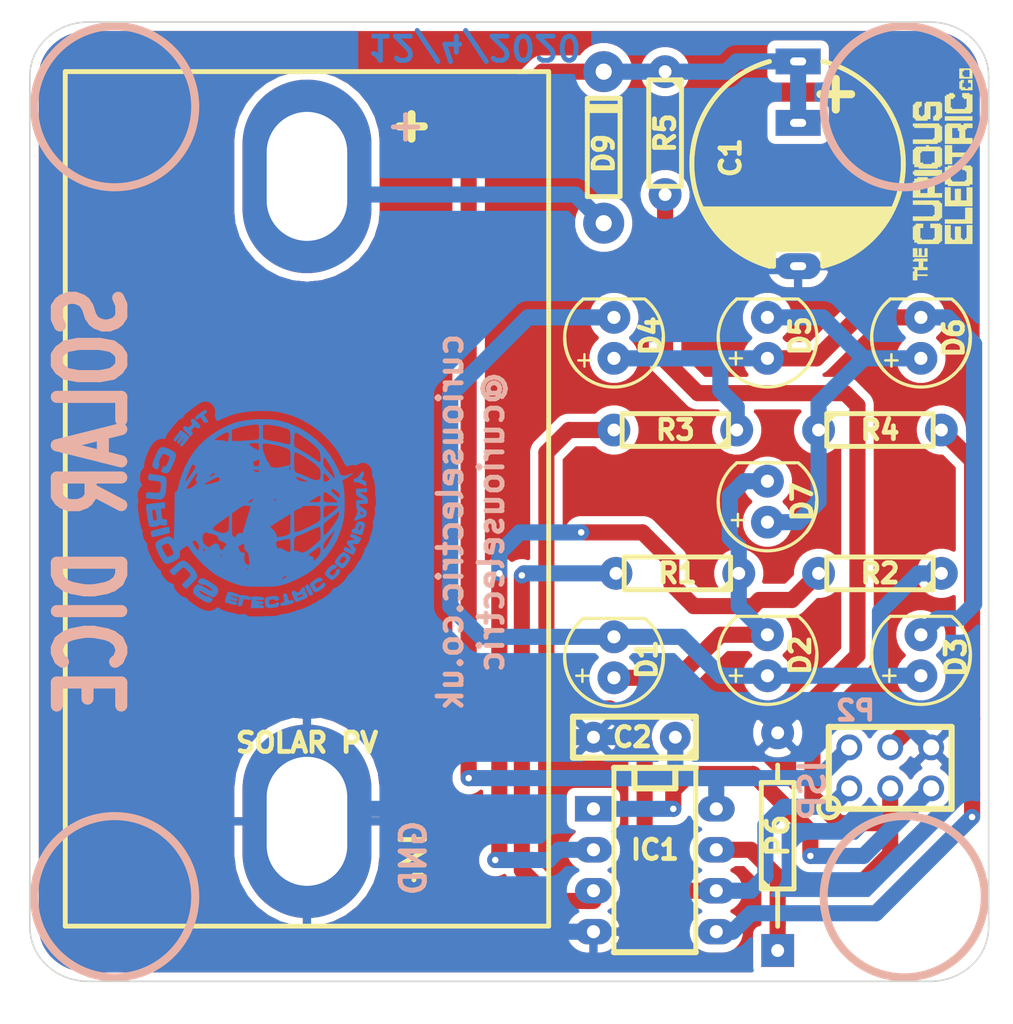
<source format=kicad_pcb>
(kicad_pcb (version 20171130) (host pcbnew "(5.1.0)-1")
  (layers (0 F.Cu signal) (31 B.Cu signal) (34 B.Paste user) (35 F.Paste user) (36 B.SilkS user) (37 F.SilkS user) (38 B.Mask user) (39 F.Mask user) (44 Edge.Cuts user))
  (net 0 "")
  (net 1 GND)
  (net 2 VCC)
  (net 3 "Net-(IC1-Pad1)")
  (net 4 /LED1)
  (net 5 /LED0)
  (net 6 /LED2)
  (net 7 /LED3)
  (net 8 "Net-(D9-Pad2)")
  (net 9 /SWITCH)
  (net 10 "Net-(D1-Pad2)")
  (net 11 "Net-(D1-Pad1)")
  (net 12 "Net-(D3-Pad2)")
  (net 13 "Net-(D5-Pad2)")
  (module REInnovationFootprint:TH_SW_SW200D (layer F.Cu) (at 158.75 86.741 90)
    (fp_text reference P6 (at 0.619 0 90) (layer F.SilkS) (effects (font (size 1.3 1.3) (thickness 0.3))))
    (fp_text value SWITCH hide)
    (pad 2 thru_hole circle (at 7 0 90) (size 2.032 2.032) (drill 0.8001) (layers *.Cu *.Mask) (net 1 GND))
    (pad 1 thru_hole rect (at -6.5 0 90) (size 2.032 2.032) (drill 0.8001) (layers *.Cu *.Mask) (net 9 /SWITCH))
  )
  (module REInnovationFootprint:PV_53x30mm_Area (layer F.Cu) (at 114.54 89.23)
    (fp_text reference SC1 hide)
    (fp_text value "SOLAR PV" (at 15 -8.874) (layer F.SilkS) (effects (font (size 1.2 1.2) (thickness 0.3))))
    (fp_text user + (at 21.35 -47.101 -270) (layer F.SilkS) (effects (font (size 2 2) (thickness 0.5))))
    (pad 2 thru_hole oval (at 15 -4 90) (size 12 8) (drill oval 8 5) (layers *.Cu *.Mask) (net 1 GND))
    (pad 1 thru_hole oval (at 15 -44 270) (size 12 8) (drill oval 8 5) (layers *.Cu *.Mask) (net 8 "Net-(D9-Pad2)"))
  )
  (module REInnovationFootprint:R3-LARGE_PADS_0_8_hole (layer F.Cu) (at 152.527 69.85 180)
    (fp_text reference R1 (at 0 0 180) (layer F.SilkS) (effects (font (size 1.2 1.2) (thickness 0.3))))
    (fp_text value 120 hide)
    (pad 2 thru_hole circle (at 3.81 0 180) (size 2.032 2.032) (drill 0.8001) (layers *.Cu *.Mask) (net 5 /LED0))
    (pad 1 thru_hole circle (at -3.81 0 180) (size 2.032 2.032) (drill 0.8001) (layers *.Cu *.Mask) (net 11 "Net-(D1-Pad1)"))
  )
  (module REInnovationFootprint:R3-LARGE_PADS_0_8_hole (layer F.Cu) (at 165.1 69.85 180)
    (fp_text reference R2 (at 0 0 180) (layer F.SilkS) (effects (font (size 1.2 1.2) (thickness 0.3))))
    (fp_text value 120 hide)
    (pad 2 thru_hole circle (at 3.81 0 180) (size 2.032 2.032) (drill 0.8001) (layers *.Cu *.Mask) (net 4 /LED1))
    (pad 1 thru_hole circle (at -3.81 0 180) (size 2.032 2.032) (drill 0.8001) (layers *.Cu *.Mask) (net 10 "Net-(D1-Pad2)"))
  )
  (module REInnovationFootprint:R3-LARGE_PADS_0_8_hole (layer F.Cu) (at 152.4 60.96 180)
    (fp_text reference R3 (at 0 0 180) (layer F.SilkS) (effects (font (size 1.2 1.2) (thickness 0.3))))
    (fp_text value 120 hide)
    (pad 2 thru_hole circle (at 3.81 0 180) (size 2.032 2.032) (drill 0.8001) (layers *.Cu *.Mask) (net 6 /LED2))
    (pad 1 thru_hole circle (at -3.81 0 180) (size 2.032 2.032) (drill 0.8001) (layers *.Cu *.Mask) (net 12 "Net-(D3-Pad2)"))
  )
  (module REInnovationFootprint:R3-LARGE_PADS_0_8_hole (layer F.Cu) (at 165.1 60.96)
    (fp_text reference R4 (at 0 0) (layer F.SilkS) (effects (font (size 1.2 1.2) (thickness 0.3))))
    (fp_text value 120 hide)
    (pad 2 thru_hole circle (at 3.81 0) (size 2.032 2.032) (drill 0.8001) (layers *.Cu *.Mask) (net 7 /LED3))
    (pad 1 thru_hole circle (at -3.81 0) (size 2.032 2.032) (drill 0.8001) (layers *.Cu *.Mask) (net 13 "Net-(D5-Pad2)"))
  )
  (module REInnovationFootprint:R3-LARGE_PADS_0_8_hole (layer F.Cu) (at 151.765 42.545 270)
    (fp_text reference R5 (at 0 0 270) (layer F.SilkS) (effects (font (size 1.2 1.2) (thickness 0.3))))
    (fp_text value 100k hide)
    (pad 2 thru_hole circle (at 3.81 0 270) (size 2.032 2.032) (drill 0.8001) (layers *.Cu *.Mask) (net 9 /SWITCH))
    (pad 1 thru_hole circle (at -3.81 0 270) (size 2.032 2.032) (drill 0.8001) (layers *.Cu *.Mask) (net 2 VCC))
  )
  (module REInnovationFootprint:DIP-8_300_ELL (layer F.Cu) (at 151.13 92.075 270)
    (fp_text reference IC1 (at -5.08 0) (layer F.SilkS) (effects (font (size 1.2 1.2) (thickness 0.3))))
    (fp_text value ATTINY85-P hide)
    (pad 8 thru_hole oval (at -7.62 -3.81 270) (size 1.5748 2.286) (drill 0.8128) (layers *.Cu *.Mask) (net 2 VCC))
    (pad 7 thru_hole oval (at -5.08 -3.81 270) (size 1.5748 2.286) (drill 0.8128) (layers *.Cu *.Mask) (net 9 /SWITCH))
    (pad 6 thru_hole oval (at -2.54 -3.81 270) (size 1.5748 2.286) (drill 0.8128) (layers *.Cu *.Mask) (net 6 /LED2))
    (pad 5 thru_hole oval (at 0 -3.81 270) (size 1.5748 2.286) (drill 0.8128) (layers *.Cu *.Mask) (net 7 /LED3))
    (pad 4 thru_hole oval (at 0 3.81 270) (size 1.5748 2.286) (drill 0.8128) (layers *.Cu *.Mask) (net 1 GND))
    (pad 3 thru_hole oval (at -2.54 3.81 270) (size 1.5748 2.286) (drill 0.8128) (layers *.Cu *.Mask) (net 5 /LED0))
    (pad 2 thru_hole oval (at -5.08 3.81 270) (size 1.5748 2.286) (drill 0.8128) (layers *.Cu *.Mask) (net 4 /LED1))
    (pad 1 thru_hole rect (at -7.62 3.81 270) (size 1.5748 2.286) (drill 0.8128) (layers *.Cu *.Mask) (net 3 "Net-(IC1-Pad1)"))
  )
  (module REInnovationFootprint:ISP_3x2 (layer F.Cu) (at 166.37 81.915)
    (fp_text reference P2 (at -2.794 -3.556 180) (layer B.SilkS) (effects (font (size 1.2 1.2) (thickness 0.3)) (justify mirror)))
    (fp_text value ISP (at -5.461 1.397 270) (layer B.SilkS) (effects (font (size 1.524 1.524) (thickness 0.3048)) (justify mirror)))
    (pad 2 thru_hole circle (at -3.175 -1.27) (size 1.6002 1.6002) (drill 1.00076) (layers *.Cu *.Mask) (net 2 VCC))
    (pad 1 thru_hole circle (at -3.175 1.27) (size 1.6002 1.6002) (drill 1.00076) (layers *.Cu *.Mask) (net 6 /LED2))
    (pad 4 thru_hole circle (at -0.635 -1.27) (size 1.6002 1.6002) (drill 1.00076) (layers *.Cu *.Mask) (net 7 /LED3))
    (pad 3 thru_hole circle (at -0.635 1.27) (size 1.6002 1.6002) (drill 1.00076) (layers *.Cu *.Mask) (net 9 /SWITCH))
    (pad 6 thru_hole circle (at 1.905 -1.27) (size 1.6002 1.6002) (drill 1.00076) (layers *.Cu *.Mask) (net 1 GND))
    (pad 5 thru_hole circle (at 1.905 1.27) (size 1.6002 1.6002) (drill 1.00076) (layers *.Cu *.Mask) (net 3 "Net-(IC1-Pad1)"))
  )
  (module REInnovationFootprint:LED-5MM_larg_pad (layer F.Cu) (at 148.59 75.057 90)
    (fp_text reference D1 (at -0.127 2.032 90) (layer F.SilkS) (effects (font (size 1.2 1.2) (thickness 0.3))))
    (fp_text value LED hide)
    (fp_text user + (at -1.143 -2.032 90) (layer F.SilkS))
    (pad 1 thru_hole circle (at -1.27 0 90) (size 2.032 2.032) (drill 0.8128) (layers *.Cu *.Mask) (net 11 "Net-(D1-Pad1)"))
    (pad 2 thru_hole circle (at 1.27 0 90) (size 2.032 2.032) (drill 0.8128) (layers *.Cu *.Mask) (net 10 "Net-(D1-Pad2)"))
  )
  (module REInnovationFootprint:LED-5MM_larg_pad (layer F.Cu) (at 158.115 74.93 90)
    (fp_text reference D2 (at 0 2.032 90) (layer F.SilkS) (effects (font (size 1.2 1.2) (thickness 0.3))))
    (fp_text value LED hide)
    (fp_text user + (at -1.27 -2.032 90) (layer F.SilkS))
    (pad 1 thru_hole circle (at -1.27 0 90) (size 2.032 2.032) (drill 0.8128) (layers *.Cu *.Mask) (net 10 "Net-(D1-Pad2)"))
    (pad 2 thru_hole circle (at 1.27 0 90) (size 2.032 2.032) (drill 0.8128) (layers *.Cu *.Mask) (net 11 "Net-(D1-Pad1)"))
  )
  (module REInnovationFootprint:LED-5MM_larg_pad (layer F.Cu) (at 167.64 74.93 90)
    (fp_text reference D3 (at -0.127 2.159 90) (layer F.SilkS) (effects (font (size 1.2 1.2) (thickness 0.3))))
    (fp_text value LED hide)
    (fp_text user + (at -1.27 -2.032 90) (layer F.SilkS))
    (pad 1 thru_hole circle (at -1.27 0 90) (size 2.032 2.032) (drill 0.8128) (layers *.Cu *.Mask) (net 10 "Net-(D1-Pad2)"))
    (pad 2 thru_hole circle (at 1.27 0 90) (size 2.032 2.032) (drill 0.8128) (layers *.Cu *.Mask) (net 12 "Net-(D3-Pad2)"))
  )
  (module REInnovationFootprint:LED-5MM_larg_pad (layer F.Cu) (at 148.59 55.245 90)
    (fp_text reference D4 (at 0.127 2.286 90) (layer F.SilkS) (effects (font (size 1.2 1.2) (thickness 0.3))))
    (fp_text value LED hide)
    (fp_text user + (at -1.397 -1.905 90) (layer F.SilkS))
    (pad 1 thru_hole circle (at -1.27 0 90) (size 2.032 2.032) (drill 0.8128) (layers *.Cu *.Mask) (net 12 "Net-(D3-Pad2)"))
    (pad 2 thru_hole circle (at 1.27 0 90) (size 2.032 2.032) (drill 0.8128) (layers *.Cu *.Mask) (net 10 "Net-(D1-Pad2)"))
  )
  (module REInnovationFootprint:LED-5MM_larg_pad (layer F.Cu) (at 158.115 55.245 90)
    (fp_text reference D5 (at 0.127 2.032 90) (layer F.SilkS) (effects (font (size 1.2 1.2) (thickness 0.3))))
    (fp_text value LED hide)
    (fp_text user + (at -1.27 -2.032 90) (layer F.SilkS))
    (pad 1 thru_hole circle (at -1.27 0 90) (size 2.032 2.032) (drill 0.8128) (layers *.Cu *.Mask) (net 12 "Net-(D3-Pad2)"))
    (pad 2 thru_hole circle (at 1.27 0 90) (size 2.032 2.032) (drill 0.8128) (layers *.Cu *.Mask) (net 13 "Net-(D5-Pad2)"))
  )
  (module REInnovationFootprint:LED-5MM_larg_pad (layer F.Cu) (at 167.64 55.245 90)
    (fp_text reference D6 (at 0 2.032 90) (layer F.SilkS) (effects (font (size 1.2 1.2) (thickness 0.3))))
    (fp_text value LED hide)
    (fp_text user + (at -1.397 -1.905 90) (layer F.SilkS))
    (pad 1 thru_hole circle (at -1.27 0 90) (size 2.032 2.032) (drill 0.8128) (layers *.Cu *.Mask) (net 13 "Net-(D5-Pad2)"))
    (pad 2 thru_hole circle (at 1.27 0 90) (size 2.032 2.032) (drill 0.8128) (layers *.Cu *.Mask) (net 12 "Net-(D3-Pad2)"))
  )
  (module REInnovationFootprint:LED-5MM_larg_pad (layer F.Cu) (at 158.115 65.405 90)
    (fp_text reference D7 (at 0 2.159 90) (layer F.SilkS) (effects (font (size 1.2 1.2) (thickness 0.3))))
    (fp_text value LED hide)
    (fp_text user + (at -1.143 -1.905 90) (layer F.SilkS))
    (pad 1 thru_hole circle (at -1.27 0 90) (size 2.032 2.032) (drill 0.8128) (layers *.Cu *.Mask) (net 13 "Net-(D5-Pad2)"))
    (pad 2 thru_hole circle (at 1.27 0 90) (size 2.032 2.032) (drill 0.8128) (layers *.Cu *.Mask) (net 11 "Net-(D1-Pad1)"))
  )
  (module REInnovationFootprint:TH_Diode_1 (layer F.Cu) (at 147.955 43.815 90)
    (fp_text reference D9 (at 0 0 90) (layer F.SilkS) (effects (font (size 1.2 1.2) (thickness 0.3))))
    (fp_text value 1N5819 hide)
    (pad 1 thru_hole circle (at 5.08 0 90) (size 2.54 2.54) (drill 1.00076) (layers *.Cu *.Mask) (net 2 VCC))
    (pad 2 thru_hole circle (at -4.318 0 90) (size 2.54 2.54) (drill 1.00076) (layers *.Cu *.Mask) (net 8 "Net-(D9-Pad2)"))
  )
  (module CuriousElectric3:TCEC_Words_13mm (layer F.Cu) (at 166.878 51.943 90)
    (fp_text reference P7 hide)
    (fp_text value LOGO2 hide)
  )
  (module REInnovationFootprint:C1_wide_lg_pad_2 (layer F.Cu) (at 151.13 80.01 180)
    (fp_text reference C2 (at 1.397 0) (layer F.SilkS) (effects (font (size 1.2 1.2) (thickness 0.3))))
    (fp_text value 100n hide)
    (pad 2 thru_hole circle (at 3.81 0 180) (size 1.905 1.905) (drill 0.8001) (layers *.Cu *.Mask) (net 1 GND))
    (pad 1 thru_hole circle (at -1.27 0 180) (size 1.905 1.905) (drill 0.8001) (layers *.Cu *.Mask) (net 2 VCC))
  )
  (module CuriousElectric3:2020_04_14_CuriousElectricCompany_Logo_Round_15mm_BCu (layer F.Cu) (at 127.635 66.04 90)
    (fp_text reference P5 hide)
    (fp_text value LOGO1 hide)
    (fp_poly (pts (xy 1.102157 -8.078318) (xy 1.174965 -8.049494) (xy 1.210354 -7.983437) (xy 1.216007 -7.865042) (xy 1.199604 -7.6792) (xy 1.197983 -7.664657) (xy 1.17938 -7.460844) (xy 1.185117 -7.325169) (xy 1.225786 -7.242225) (xy 1.311978 -7.196606) (xy 1.454285 -7.172906) (xy 1.541397 -7.165132) (xy 1.699048 -7.155503) (xy 1.80155 -7.166686) (xy 1.862996 -7.21305) (xy 1.897476 -7.308962) (xy 1.919084 -7.468792) (xy 1.927772 -7.559097) (xy 1.948526 -7.749109) (xy 1.974186 -7.868467) (xy 2.014497 -7.931048) (xy 2.079202 -7.950726) (xy 2.178047 -7.941377) (xy 2.194352 -7.938679) (xy 2.303251 -7.914906) (xy 2.348645 -7.880671) (xy 2.351247 -7.816816) (xy 2.348066 -7.79649) (xy 2.333511 -7.700541) (xy 2.31254 -7.550383) (xy 2.289295 -7.375816) (xy 2.285539 -7.346809) (xy 2.256927 -7.173668) (xy 2.220868 -7.022957) (xy 2.184381 -6.923104) (xy 2.17842 -6.912892) (xy 2.139644 -6.864748) (xy 2.087644 -6.836209) (xy 2.002016 -6.822707) (xy 1.862355 -6.819673) (xy 1.766441 -6.820646) (xy 1.570358 -6.827459) (xy 1.377566 -6.840785) (xy 1.226656 -6.857883) (xy 1.214429 -6.859849) (xy 0.996101 -6.919609) (xy 0.849553 -7.01221) (xy 0.780173 -7.130024) (xy 0.773625 -7.217358) (xy 0.778241 -7.362266) (xy 0.792897 -7.538551) (xy 0.800548 -7.605739) (xy 0.821157 -7.779343) (xy 0.837 -7.923383) (xy 0.845647 -8.015299) (xy 0.846548 -8.03275) (xy 0.884642 -8.07088) (xy 0.98425 -8.085018) (xy 1.102157 -8.078318)) (layer B.Cu) (width 0.01))
    (fp_poly (pts (xy 0.452844 -8.070267) (xy 0.466609 -8.021706) (xy 0.486604 -7.908851) (xy 0.510213 -7.751612) (xy 0.534819 -7.569896) (xy 0.557807 -7.383613) (xy 0.57656 -7.212672) (xy 0.588462 -7.076983) (xy 0.59129 -7.01675) (xy 0.585686 -6.945098) (xy 0.551485 -6.911147) (xy 0.465978 -6.90092) (xy 0.402167 -6.900333) (xy 0.285058 -6.903902) (xy 0.229595 -6.925166) (xy 0.212778 -6.979961) (xy 0.211667 -7.03149) (xy 0.211667 -7.162646) (xy -0.052916 -7.134277) (xy -0.24402 -7.112027) (xy -0.36552 -7.08978) (xy -0.432149 -7.060045) (xy -0.458637 -7.015331) (xy -0.459717 -6.948146) (xy -0.457881 -6.928342) (xy -0.455147 -6.842544) (xy -0.484809 -6.801864) (xy -0.569095 -6.785635) (xy -0.615369 -6.781925) (xy -0.730369 -6.780831) (xy -0.806499 -6.793585) (xy -0.816452 -6.799563) (xy -0.839799 -6.865086) (xy -0.846173 -6.972279) (xy -0.837036 -7.084046) (xy -0.813848 -7.163287) (xy -0.801575 -7.177204) (xy -0.789124 -7.226271) (xy -0.829897 -7.286192) (xy -0.880028 -7.383227) (xy -0.914974 -7.532248) (xy -0.915639 -7.538046) (xy -0.540514 -7.538046) (xy -0.52943 -7.493831) (xy -0.504091 -7.44046) (xy -0.456988 -7.417676) (xy -0.364098 -7.419123) (xy -0.281808 -7.42831) (xy -0.131425 -7.448231) (xy 0.001263 -7.468178) (xy 0.046666 -7.476064) (xy 0.12583 -7.505779) (xy 0.141494 -7.570259) (xy 0.136268 -7.604553) (xy 0.1222 -7.65995) (xy 0.093681 -7.68991) (xy 0.031265 -7.699171) (xy -0.084492 -7.692469) (xy -0.185564 -7.682958) (xy -0.368659 -7.661277) (xy -0.480156 -7.634679) (xy -0.533095 -7.595992) (xy -0.540514 -7.538046) (xy -0.915639 -7.538046) (xy -0.922217 -7.595306) (xy -0.929233 -7.731557) (xy -0.91641 -7.811324) (xy -0.876126 -7.861906) (xy -0.840978 -7.886249) (xy -0.771033 -7.910668) (xy -0.640291 -7.94009) (xy -0.466891 -7.971933) (xy -0.268972 -8.00362) (xy -0.064673 -8.032568) (xy 0.127867 -8.0562) (xy 0.290509 -8.071935) (xy 0.405114 -8.077192) (xy 0.452844 -8.070267)) (layer B.Cu) (width 0.01))
    (fp_poly (pts (xy -1.21544 -7.784812) (xy -1.20278 -7.778558) (xy -1.17938 -7.726236) (xy -1.143673 -7.613052) (xy -1.100227 -7.457512) (xy -1.053615 -7.278119) (xy -1.008405 -7.093378) (xy -0.969168 -6.921795) (xy -0.940475 -6.781874) (xy -0.926894 -6.692119) (xy -0.928771 -6.669083) (xy -0.987815 -6.65036) (xy -1.095161 -6.628188) (xy -1.12871 -6.622541) (xy -1.296845 -6.595655) (xy -1.435831 -7.126173) (xy -1.485989 -7.328357) (xy -1.52381 -7.502056) (xy -1.546006 -7.630429) (xy -1.54929 -7.696638) (xy -1.547924 -7.700205) (xy -1.493595 -7.734373) (xy -1.395722 -7.765391) (xy -1.290829 -7.784967) (xy -1.21544 -7.784812)) (layer B.Cu) (width 0.01))
    (fp_poly (pts (xy 2.942996 -7.681777) (xy 3.086168 -7.645294) (xy 3.264153 -7.584804) (xy 3.456874 -7.507979) (xy 3.644255 -7.42249) (xy 3.806218 -7.336008) (xy 3.859866 -7.30254) (xy 3.96472 -7.212516) (xy 4.015542 -7.107758) (xy 4.013022 -6.973977) (xy 3.957849 -6.796888) (xy 3.891503 -6.646333) (xy 3.789008 -6.442985) (xy 3.697568 -6.310197) (xy 3.599618 -6.241282) (xy 3.477596 -6.229553) (xy 3.313938 -6.268324) (xy 3.103099 -6.346156) (xy 2.823274 -6.466639) (xy 2.609138 -6.580518) (xy 2.466333 -6.684323) (xy 2.400505 -6.774585) (xy 2.399332 -6.778694) (xy 2.398858 -6.879943) (xy 2.430146 -7.002611) (xy 2.434749 -7.014089) (xy 2.494393 -7.156837) (xy 2.649366 -7.092085) (xy 2.752635 -7.050942) (xy 2.81794 -7.028646) (xy 2.825274 -7.027333) (xy 2.832839 -6.993041) (xy 2.823117 -6.939032) (xy 2.821999 -6.886915) (xy 2.85891 -6.839412) (xy 2.948285 -6.784037) (xy 3.072813 -6.723079) (xy 3.21651 -6.662805) (xy 3.335664 -6.625364) (xy 3.405466 -6.618476) (xy 3.407129 -6.619038) (xy 3.461039 -6.672025) (xy 3.521199 -6.774462) (xy 3.571938 -6.894021) (xy 3.597589 -6.998371) (xy 3.598334 -7.013561) (xy 3.563299 -7.064114) (xy 3.47349 -7.126973) (xy 3.351844 -7.191719) (xy 3.221302 -7.247933) (xy 3.104803 -7.285197) (xy 3.025286 -7.293094) (xy 3.006338 -7.28242) (xy 2.965419 -7.251907) (xy 2.887366 -7.259566) (xy 2.820786 -7.279479) (xy 2.715464 -7.321615) (xy 2.650136 -7.361386) (xy 2.644693 -7.367845) (xy 2.643947 -7.438774) (xy 2.689303 -7.534299) (xy 2.761503 -7.625193) (xy 2.841289 -7.682231) (xy 2.854715 -7.686584) (xy 2.942996 -7.681777)) (layer B.Cu) (width 0.01))
    (fp_poly (pts (xy 4.55313 -6.334075) (xy 4.652693 -6.262659) (xy 4.779192 -6.16307) (xy 5.079136 -5.92375) (xy 4.864037 -5.650041) (xy 4.7645 -5.524386) (xy 4.687619 -5.429229) (xy 4.646035 -5.380144) (xy 4.642219 -5.376712) (xy 4.60817 -5.400881) (xy 4.523415 -5.464886) (xy 4.404041 -5.556533) (xy 4.360334 -5.590345) (xy 4.20892 -5.710492) (xy 4.117123 -5.793866) (xy 4.075888 -5.853221) (xy 4.076164 -5.901315) (xy 4.106489 -5.948021) (xy 4.145401 -5.975423) (xy 4.200592 -5.96349) (xy 4.291281 -5.90541) (xy 4.349412 -5.861931) (xy 4.461552 -5.781694) (xy 4.54966 -5.728326) (xy 4.585035 -5.715) (xy 4.578192 -5.737965) (xy 4.517118 -5.79773) (xy 4.430781 -5.86883) (xy 4.310096 -5.966993) (xy 4.2504 -6.032017) (xy 4.243442 -6.079485) (xy 4.280969 -6.12498) (xy 4.290728 -6.133266) (xy 4.341554 -6.149242) (xy 4.416649 -6.118605) (xy 4.532778 -6.034777) (xy 4.63656 -5.958033) (xy 4.711385 -5.912715) (xy 4.735846 -5.907068) (xy 4.719827 -5.942625) (xy 4.655729 -6.003198) (xy 4.652546 -6.005725) (xy 4.506066 -6.121814) (xy 4.41619 -6.197781) (xy 4.373386 -6.246372) (xy 4.368125 -6.28033) (xy 4.390876 -6.312401) (xy 4.409207 -6.331131) (xy 4.44696 -6.361237) (xy 4.489743 -6.364577) (xy 4.55313 -6.334075)) (layer B.Cu) (width 0.01))
    (fp_poly (pts (xy -3.408242 -6.360281) (xy -3.226313 -6.15686) (xy -3.103097 -5.997847) (xy -3.035919 -5.869344) (xy -3.022105 -5.75745) (xy -3.05898 -5.648265) (xy -3.143868 -5.52789) (xy -3.229351 -5.430697) (xy -3.465716 -5.194123) (xy -3.676169 -5.027218) (xy -3.857085 -4.932521) (xy -3.972551 -4.910404) (xy -4.046365 -4.916148) (xy -4.114665 -4.940826) (xy -4.192484 -4.995194) (xy -4.294854 -5.09001) (xy -4.436808 -5.23603) (xy -4.456325 -5.256564) (xy -4.78515 -5.602986) (xy -4.670654 -5.722493) (xy -4.586357 -5.799512) (xy -4.521053 -5.840484) (xy -4.511163 -5.8425) (xy -4.464029 -5.813573) (xy -4.375878 -5.735741) (xy -4.262205 -5.62315) (xy -4.205679 -5.563652) (xy -4.077225 -5.429851) (xy -3.989452 -5.351117) (xy -3.92843 -5.317815) (xy -3.880234 -5.320309) (xy -3.864388 -5.327548) (xy -3.781954 -5.385179) (xy -3.678018 -5.475302) (xy -3.572276 -5.57831) (xy -3.484427 -5.674593) (xy -3.434167 -5.744546) (xy -3.429 -5.76095) (xy -3.456626 -5.810541) (xy -3.530341 -5.903225) (xy -3.636399 -6.022197) (xy -3.683 -6.071509) (xy -3.797618 -6.194734) (xy -3.885347 -6.2964) (xy -3.932534 -6.360374) (xy -3.937 -6.371679) (xy -3.907255 -6.418618) (xy -3.832747 -6.493324) (xy -3.799825 -6.521852) (xy -3.662651 -6.636371) (xy -3.408242 -6.360281)) (layer B.Cu) (width 0.01))
    (fp_poly (pts (xy 5.305628 -5.718714) (xy 5.316512 -5.6238) (xy 5.276387 -5.552172) (xy 5.238817 -5.499419) (xy 5.24375 -5.448163) (xy 5.297554 -5.370945) (xy 5.326569 -5.335744) (xy 5.402928 -5.249626) (xy 5.454845 -5.220347) (xy 5.511017 -5.23883) (xy 5.551765 -5.264519) (xy 5.631658 -5.309127) (xy 5.684168 -5.300075) (xy 5.737075 -5.24833) (xy 5.773911 -5.202219) (xy 5.781265 -5.160378) (xy 5.750982 -5.105578) (xy 5.67491 -5.020588) (xy 5.586656 -4.930472) (xy 5.448375 -4.797215) (xy 5.351543 -4.724697) (xy 5.28381 -4.708283) (xy 5.232828 -4.743333) (xy 5.205115 -4.787188) (xy 5.181773 -4.870087) (xy 5.22352 -4.947604) (xy 5.232878 -4.958205) (xy 5.275292 -5.013182) (xy 5.274618 -5.059723) (xy 5.223689 -5.12435) (xy 5.174436 -5.174436) (xy 5.090074 -5.254812) (xy 5.037852 -5.281379) (xy 4.990607 -5.260755) (xy 4.95319 -5.228338) (xy 4.888148 -5.176841) (xy 4.840367 -5.180622) (xy 4.772407 -5.241778) (xy 4.67947 -5.334716) (xy 4.918026 -5.573272) (xy 5.064628 -5.7089) (xy 5.167352 -5.777823) (xy 5.225084 -5.785541) (xy 5.305628 -5.718714)) (layer B.Cu) (width 0.01))
    (fp_poly (pts (xy 5.869568 -5.022627) (xy 5.930074 -4.978726) (xy 6.010871 -4.884211) (xy 6.124729 -4.729516) (xy 6.135721 -4.714152) (xy 6.24223 -4.563173) (xy 6.304745 -4.465151) (xy 6.329234 -4.404691) (xy 6.321664 -4.366394) (xy 6.288001 -4.334864) (xy 6.283888 -4.331827) (xy 6.222417 -4.298461) (xy 6.171436 -4.317509) (xy 6.110412 -4.38596) (xy 6.01899 -4.500288) (xy 5.837489 -4.366811) (xy 5.714756 -4.280206) (xy 5.63935 -4.242792) (xy 5.592233 -4.251185) (xy 5.554364 -4.302003) (xy 5.547156 -4.315217) (xy 5.515748 -4.379295) (xy 5.514815 -4.42523) (xy 5.555811 -4.473652) (xy 5.650188 -4.545188) (xy 5.691196 -4.574651) (xy 5.879058 -4.709564) (xy 5.787462 -4.833454) (xy 5.731163 -4.919666) (xy 5.727041 -4.968191) (xy 5.75835 -4.996857) (xy 5.816583 -5.025482) (xy 5.869568 -5.022627)) (layer B.Cu) (width 0.01))
    (fp_poly (pts (xy -4.797396 -5.136829) (xy -4.651446 -5.069631) (xy -4.543146 -4.969863) (xy -4.505476 -4.892523) (xy -4.5045 -4.819011) (xy -4.536845 -4.715123) (xy -4.607994 -4.566885) (xy -4.69484 -4.409936) (xy -4.798845 -4.226851) (xy -4.864788 -4.104672) (xy -4.897185 -4.031119) (xy -4.90055 -3.993915) (xy -4.879397 -3.980781) (xy -4.85316 -3.979333) (xy -4.793268 -4.014378) (xy -4.71494 -4.103825) (xy -4.632835 -4.224147) (xy -4.561608 -4.351814) (xy -4.515916 -4.463297) (xy -4.509122 -4.531627) (xy -4.506254 -4.616507) (xy -4.467961 -4.721968) (xy -4.410547 -4.815923) (xy -4.350317 -4.866288) (xy -4.338022 -4.868333) (xy -4.257487 -4.833866) (xy -4.174895 -4.751505) (xy -4.117435 -4.65281) (xy -4.106333 -4.599428) (xy -4.129283 -4.514506) (xy -4.191048 -4.379672) (xy -4.281002 -4.213742) (xy -4.388519 -4.035537) (xy -4.502971 -3.863874) (xy -4.581991 -3.757083) (xy -4.715547 -3.635915) (xy -4.86561 -3.596703) (xy -5.037348 -3.638503) (xy -5.089519 -3.664322) (xy -5.213809 -3.764513) (xy -5.283421 -3.889314) (xy -5.291666 -3.946577) (xy -5.27159 -4.005952) (xy -5.217527 -4.119479) (xy -5.138727 -4.268516) (xy -5.08 -4.373202) (xy -4.990972 -4.530396) (xy -4.92041 -4.658655) (xy -4.877331 -4.74137) (xy -4.868333 -4.763009) (xy -4.90258 -4.781741) (xy -4.92742 -4.783666) (xy -4.984966 -4.748902) (xy -5.060063 -4.661298) (xy -5.137036 -4.54589) (xy -5.20021 -4.427714) (xy -5.233908 -4.331804) (xy -5.233347 -4.295067) (xy -5.24006 -4.227325) (xy -5.280904 -4.127555) (xy -5.339119 -4.026343) (xy -5.397947 -3.954275) (xy -5.42925 -3.937524) (xy -5.479391 -3.964101) (xy -5.545666 -4.021666) (xy -5.607964 -4.107599) (xy -5.626575 -4.20711) (xy -5.598512 -4.332203) (xy -5.520788 -4.494881) (xy -5.390415 -4.707149) (xy -5.36575 -4.744586) (xy -5.24809 -4.919046) (xy -5.162797 -5.034484) (xy -5.097157 -5.103542) (xy -5.038455 -5.138865) (xy -4.973976 -5.153096) (xy -4.953 -5.155035) (xy -4.797396 -5.136829)) (layer B.Cu) (width 0.01))
    (fp_poly (pts (xy -5.466826 -3.165191) (xy -5.29351 -3.121224) (xy -5.262893 -3.112412) (xy -5.109064 -3.067737) (xy -5.01122 -3.029277) (xy -4.962243 -2.979588) (xy -4.955015 -2.901224) (xy -4.982419 -2.776741) (xy -5.037338 -2.588693) (xy -5.042306 -2.57175) (xy -5.090355 -2.430438) (xy -5.137931 -2.328075) (xy -5.175207 -2.285547) (xy -5.177042 -2.285352) (xy -5.205146 -2.274736) (xy -5.179311 -2.253602) (xy -5.157681 -2.212722) (xy -5.158159 -2.122447) (xy -5.18136 -1.969295) (xy -5.195743 -1.894416) (xy -5.23056 -1.729968) (xy -5.259951 -1.631989) (xy -5.292725 -1.583488) (xy -5.337691 -1.567472) (xy -5.365822 -1.566333) (xy -5.427942 -1.571622) (xy -5.454237 -1.602097) (xy -5.452873 -1.67967) (xy -5.440772 -1.767416) (xy -5.421801 -1.894224) (xy -5.407773 -1.986159) (xy -5.404215 -2.008504) (xy -5.438169 -2.037047) (xy -5.532649 -2.067842) (xy -5.61975 -2.085816) (xy -5.74875 -2.110819) (xy -5.814812 -2.140071) (xy -5.838889 -2.189268) (xy -5.842 -2.252306) (xy -5.837818 -2.332246) (xy -5.80978 -2.365093) (xy -5.734644 -2.363839) (xy -5.662083 -2.352886) (xy -5.521068 -2.328509) (xy -5.397798 -2.304057) (xy -5.376333 -2.299187) (xy -5.307943 -2.290255) (xy -5.297631 -2.303648) (xy -5.300486 -2.356613) (xy -5.280763 -2.464893) (xy -5.248595 -2.58477) (xy -5.214321 -2.714991) (xy -5.200242 -2.80589) (xy -5.207877 -2.836333) (xy -5.237834 -2.79917) (xy -5.278651 -2.703039) (xy -5.311012 -2.6035) (xy -5.355479 -2.463465) (xy -5.393027 -2.392884) (xy -5.436061 -2.37878) (xy -5.496987 -2.408175) (xy -5.497452 -2.408469) (xy -5.527392 -2.442934) (xy -5.529713 -2.505808) (xy -5.503698 -2.619007) (xy -5.488855 -2.670862) (xy -5.455564 -2.797632) (xy -5.439233 -2.8874) (xy -5.440822 -2.914934) (xy -5.458624 -2.913932) (xy -5.482107 -2.868517) (xy -5.516676 -2.765355) (xy -5.557213 -2.627884) (xy -5.606136 -2.491749) (xy -5.658091 -2.430636) (xy -5.723228 -2.435202) (xy -5.750297 -2.450129) (xy -5.771045 -2.504939) (xy -5.759484 -2.625323) (xy -5.714907 -2.814857) (xy -5.636606 -3.07712) (xy -5.609834 -3.160123) (xy -5.569931 -3.177836) (xy -5.466826 -3.165191)) (layer B.Cu) (width 0.01))
    (fp_poly (pts (xy -5.772591 -1.550921) (xy -5.609617 -1.533758) (xy -5.448325 -1.524515) (xy -5.412758 -1.524) (xy -5.249333 -1.524) (xy -5.249333 -1.275291) (xy -5.256822 -1.039208) (xy -5.280484 -0.879605) (xy -5.322112 -0.789527) (xy -5.381625 -0.762) (xy -5.424147 -0.771831) (xy -5.448278 -0.813408) (xy -5.459095 -0.904856) (xy -5.461648 -1.04775) (xy -5.466035 -1.201133) (xy -5.478887 -1.274791) (xy -5.501067 -1.273322) (xy -5.503333 -1.27) (xy -5.528132 -1.191174) (xy -5.543096 -1.065872) (xy -5.545018 -1.005416) (xy -5.550404 -0.882328) (xy -5.571504 -0.822476) (xy -5.617295 -0.804701) (xy -5.630333 -0.804333) (xy -5.677198 -0.813826) (xy -5.703849 -0.854935) (xy -5.716832 -0.946604) (xy -5.721775 -1.068916) (xy -5.727038 -1.179803) (xy -5.734537 -1.22343) (xy -5.742719 -1.191433) (xy -5.743359 -1.185333) (xy -5.765923 -0.989103) (xy -5.789625 -0.863161) (xy -5.819293 -0.793213) (xy -5.85975 -0.76496) (xy -5.886251 -0.762) (xy -5.92452 -0.76844) (xy -5.948773 -0.798134) (xy -5.962166 -0.86664) (xy -5.967855 -0.989517) (xy -5.969 -1.169921) (xy -5.969 -1.577841) (xy -5.772591 -1.550921)) (layer B.Cu) (width 0.01))
    (fp_poly (pts (xy -5.348702 -0.690015) (xy -5.345079 -0.687716) (xy -5.307232 -0.625152) (xy -5.26899 -0.503368) (xy -5.235897 -0.347602) (xy -5.213498 -0.183092) (xy -5.207 -0.059211) (xy -5.236801 0.062617) (xy -5.312396 0.142221) (xy -5.41307 0.161006) (xy -5.443141 0.152755) (xy -5.483679 0.104836) (xy -5.502087 0.02463) (xy -5.495583 -0.050867) (xy -5.461383 -0.084664) (xy -5.461 -0.084666) (xy -5.432341 -0.12104) (xy -5.419631 -0.208737) (xy -5.424573 -0.31562) (xy -5.444362 -0.398704) (xy -5.503918 -0.451235) (xy -5.603426 -0.462801) (xy -5.706664 -0.429395) (xy -5.708942 -0.427973) (xy -5.738255 -0.366142) (xy -5.738797 -0.260363) (xy -5.713875 -0.145039) (xy -5.673892 -0.0635) (xy -5.639113 0.009577) (xy -5.619244 0.074084) (xy -5.614577 0.142136) (xy -5.661553 0.1669) (xy -5.717474 0.169334) (xy -5.827425 0.143308) (xy -5.878485 0.09525) (xy -5.914564 -0.012414) (xy -5.939495 -0.162138) (xy -5.951623 -0.325484) (xy -5.949292 -0.474014) (xy -5.930845 -0.579289) (xy -5.919097 -0.60226) (xy -5.84511 -0.647744) (xy -5.718824 -0.684063) (xy -5.572491 -0.706415) (xy -5.438365 -0.71) (xy -5.348702 -0.690015)) (layer B.Cu) (width 0.01))
    (fp_poly (pts (xy -5.649957 0.290884) (xy -5.614525 0.385955) (xy -5.586823 0.475675) (xy -5.540236 0.500346) (xy -5.492817 0.491766) (xy -5.384581 0.466612) (xy -5.252136 0.441278) (xy -5.244542 0.439993) (xy -5.142088 0.429044) (xy -5.093576 0.45226) (xy -5.070646 0.523934) (xy -5.069858 0.528019) (xy -5.069024 0.618639) (xy -5.095816 0.657413) (xy -5.163949 0.677034) (xy -5.278264 0.707562) (xy -5.326254 0.719972) (xy -5.438212 0.752765) (xy -5.486457 0.788663) (xy -5.489884 0.849317) (xy -5.480479 0.896684) (xy -5.480992 1.018481) (xy -5.543603 1.087211) (xy -5.610061 1.100019) (xy -5.638885 1.062144) (xy -5.680279 0.960026) (xy -5.727414 0.811837) (xy -5.751935 0.722567) (xy -5.801193 0.518527) (xy -5.822083 0.382124) (xy -5.813697 0.300906) (xy -5.775127 0.262418) (xy -5.717793 0.254) (xy -5.649957 0.290884)) (layer B.Cu) (width 0.01))
    (fp_poly (pts (xy -4.948195 0.96418) (xy -4.914645 1.025973) (xy -4.891405 1.090084) (xy -4.883971 1.164605) (xy -4.92898 1.185334) (xy -4.985258 1.215538) (xy -4.987146 1.307482) (xy -4.954048 1.415411) (xy -4.890785 1.502735) (xy -4.828537 1.524) (xy -4.749665 1.55587) (xy -4.68863 1.629026) (xy -4.669227 1.709784) (xy -4.678374 1.736542) (xy -4.735175 1.766401) (xy -4.828498 1.778) (xy -4.916601 1.789272) (xy -4.953 1.816192) (xy -4.988157 1.850856) (xy -5.071418 1.894057) (xy -5.169468 1.931108) (xy -5.248993 1.947322) (xy -5.250467 1.947334) (xy -5.300446 1.918242) (xy -5.32217 1.894417) (xy -5.360162 1.825546) (xy -5.413972 1.705192) (xy -5.473627 1.558809) (xy -5.529155 1.411849) (xy -5.555353 1.334646) (xy -5.321901 1.334646) (xy -5.313032 1.386417) (xy -5.275747 1.482652) (xy -5.241759 1.574343) (xy -5.191485 1.655746) (xy -5.141397 1.665502) (xy -5.107265 1.638631) (xy -5.111287 1.582232) (xy -5.144641 1.493572) (xy -5.184788 1.393708) (xy -5.206004 1.33356) (xy -5.207 1.32833) (xy -5.241839 1.31438) (xy -5.275029 1.312334) (xy -5.321901 1.334646) (xy -5.555353 1.334646) (xy -5.570584 1.289765) (xy -5.587942 1.218012) (xy -5.588 1.215924) (xy -5.551313 1.177743) (xy -5.456983 1.125292) (xy -5.328603 1.067853) (xy -5.189765 1.01471) (xy -5.064065 0.975146) (xy -4.975094 0.958444) (xy -4.948195 0.96418)) (layer B.Cu) (width 0.01))
    (fp_poly (pts (xy -4.578146 1.811399) (xy -4.554038 1.8415) (xy -4.504679 1.914653) (xy -4.48868 1.950041) (xy -4.522029 1.980066) (xy -4.609025 2.036358) (xy -4.727928 2.106649) (xy -4.856995 2.178671) (xy -4.974486 2.240157) (xy -5.058657 2.27884) (xy -5.08409 2.286) (xy -5.129435 2.253111) (xy -5.165135 2.200459) (xy -5.193823 2.121139) (xy -5.191799 2.083986) (xy -5.147503 2.050279) (xy -5.048284 1.989924) (xy -4.914419 1.915168) (xy -4.895366 1.904944) (xy -4.753035 1.830276) (xy -4.665714 1.792211) (xy -4.613914 1.787126) (xy -4.578146 1.811399)) (layer B.Cu) (width 0.01))
    (fp_poly (pts (xy -4.480682 2.100228) (xy -4.431328 2.12903) (xy -4.339863 2.212571) (xy -4.242627 2.337141) (xy -4.155058 2.477662) (xy -4.092596 2.609059) (xy -4.070676 2.706256) (xy -4.07139 2.713693) (xy -4.114072 2.809529) (xy -4.158111 2.852242) (xy -4.226523 2.872094) (xy -4.288374 2.822158) (xy -4.294502 2.814232) (xy -4.33616 2.728656) (xy -4.337837 2.673764) (xy -4.344284 2.592701) (xy -4.39262 2.493155) (xy -4.461666 2.408151) (xy -4.530242 2.37071) (xy -4.532233 2.370667) (xy -4.613194 2.400079) (xy -4.670183 2.44688) (xy -4.711174 2.503549) (xy -4.707056 2.557803) (xy -4.654199 2.642648) (xy -4.647623 2.651933) (xy -4.562627 2.749195) (xy -4.47691 2.815221) (xy -4.468796 2.819137) (xy -4.393477 2.883632) (xy -4.38387 2.961458) (xy -4.436755 3.023162) (xy -4.492915 3.039746) (xy -4.581162 3.029897) (xy -4.668164 2.968306) (xy -4.73575 2.893222) (xy -4.866617 2.714007) (xy -4.949605 2.556003) (xy -4.978972 2.432227) (xy -4.965023 2.373668) (xy -4.906804 2.314393) (xy -4.80286 2.234981) (xy -4.727567 2.185252) (xy -4.61135 2.116641) (xy -4.538151 2.090026) (xy -4.480682 2.100228)) (layer B.Cu) (width 0.01))
    (fp_poly (pts (xy -3.715536 3.059513) (xy -3.594385 3.14725) (xy -3.434516 3.296503) (xy -3.426169 3.304831) (xy -3.31103 3.438559) (xy -3.265477 3.548119) (xy -3.285025 3.650355) (xy -3.319343 3.706097) (xy -3.365913 3.76073) (xy -3.407278 3.75777) (xy -3.469003 3.706276) (xy -3.528076 3.631497) (xy -3.53952 3.574115) (xy -3.555459 3.515964) (xy -3.616179 3.435039) (xy -3.697087 3.3571) (xy -3.773589 3.307904) (xy -3.799332 3.302) (xy -3.857331 3.333431) (xy -3.912966 3.39542) (xy -3.950342 3.461425) (xy -3.94204 3.515847) (xy -3.880704 3.590697) (xy -3.86407 3.608177) (xy -3.779159 3.679997) (xy -3.710789 3.709626) (xy -3.69918 3.708111) (xy -3.635822 3.721399) (xy -3.575301 3.769728) (xy -3.527684 3.841369) (xy -3.544258 3.900793) (xy -3.555341 3.915039) (xy -3.635648 3.971084) (xy -3.735668 3.961473) (xy -3.863039 3.883464) (xy -4.006942 3.752942) (xy -4.116392 3.634902) (xy -4.196758 3.531856) (xy -4.232715 3.463765) (xy -4.233333 3.458082) (xy -4.204458 3.383139) (xy -4.131644 3.278264) (xy -4.035604 3.168193) (xy -3.937053 3.07766) (xy -3.886022 3.043374) (xy -3.809054 3.026988) (xy -3.715536 3.059513)) (layer B.Cu) (width 0.01))
    (fp_poly (pts (xy -3.036695 3.668726) (xy -2.90608 3.741942) (xy -2.767032 3.843871) (xy -2.639495 3.95807) (xy -2.543409 4.068097) (xy -2.498718 4.157509) (xy -2.497666 4.169414) (xy -2.525061 4.270884) (xy -2.594236 4.390446) (xy -2.68568 4.503574) (xy -2.779879 4.585746) (xy -2.850579 4.612968) (xy -2.930773 4.588316) (xy -3.050568 4.525241) (xy -3.175 4.443646) (xy -3.340832 4.317234) (xy -3.442499 4.219957) (xy -3.489651 4.139486) (xy -3.491942 4.063492) (xy -3.487046 4.045054) (xy -3.485054 4.040942) (xy -3.203854 4.040942) (xy -3.203269 4.11076) (xy -3.13519 4.194436) (xy -3.080131 4.242778) (xy -2.984855 4.32076) (xy -2.928909 4.351046) (xy -2.885423 4.33872) (xy -2.829083 4.290272) (xy -2.765145 4.212337) (xy -2.767467 4.140853) (xy -2.840544 4.059832) (xy -2.908329 4.008389) (xy -3.007775 3.942297) (xy -3.06825 3.923087) (xy -3.117623 3.945668) (xy -3.141162 3.965855) (xy -3.203854 4.040942) (xy -3.485054 4.040942) (xy -3.436517 3.940786) (xy -3.354861 3.825421) (xy -3.262135 3.722256) (xy -3.178391 3.654588) (xy -3.138936 3.640667) (xy -3.036695 3.668726)) (layer B.Cu) (width 0.01))
    (fp_poly (pts (xy -1.947917 -7.482777) (xy -1.867095 -7.430251) (xy -1.862259 -7.425441) (xy -1.776919 -7.314598) (xy -1.68726 -7.160724) (xy -1.606511 -6.991613) (xy -1.547902 -6.835058) (xy -1.52466 -6.718855) (xy -1.524648 -6.716118) (xy -1.537457 -6.590094) (xy -1.588383 -6.503376) (xy -1.682682 -6.428275) (xy -1.711902 -6.404226) (xy -1.712306 -6.386059) (xy -1.673842 -6.372244) (xy -1.586456 -6.361251) (xy -1.440095 -6.351552) (xy -1.224706 -6.341617) (xy -1.07267 -6.335479) (xy -0.779407 -6.325869) (xy -0.43541 -6.317698) (xy -0.074611 -6.31159) (xy 0.269061 -6.308173) (xy 0.434058 -6.307667) (xy 0.713221 -6.307258) (xy 0.919251 -6.305239) (xy 1.063678 -6.300417) (xy 1.158035 -6.291601) (xy 1.213852 -6.277599) (xy 1.242662 -6.257219) (xy 1.255997 -6.22927) (xy 1.257855 -6.222537) (xy 1.315954 -6.147596) (xy 1.391475 -6.116752) (xy 2.058104 -5.950766) (xy 2.701935 -5.706225) (xy 3.311748 -5.388053) (xy 3.799545 -5.059951) (xy 4.155206 -4.752801) (xy 4.499522 -4.380582) (xy 4.82042 -3.961356) (xy 5.105823 -3.513187) (xy 5.34366 -3.054138) (xy 5.521855 -2.602272) (xy 5.583013 -2.391833) (xy 5.668154 -1.968365) (xy 5.723784 -1.502531) (xy 5.749188 -1.019588) (xy 5.743654 -0.544791) (xy 5.706468 -0.103399) (xy 5.656129 0.196364) (xy 5.48279 0.803552) (xy 5.231205 1.386382) (xy 4.906 1.937837) (xy 4.5118 2.450903) (xy 4.053232 2.918562) (xy 3.63579 3.260741) (xy 3.493074 3.358668) (xy 3.312402 3.471065) (xy 3.109355 3.58954) (xy 2.899519 3.705697) (xy 2.698478 3.811144) (xy 2.521815 3.897486) (xy 2.385115 3.956329) (xy 2.303962 3.979279) (xy 2.301661 3.979334) (xy 2.269383 4.012464) (xy 2.272485 4.059222) (xy 2.269872 4.137844) (xy 2.248413 4.1669) (xy 2.236039 4.224137) (xy 2.266508 4.353412) (xy 2.308776 4.474516) (xy 2.358353 4.614685) (xy 2.389879 4.720699) (xy 2.397035 4.771093) (xy 2.396401 4.772043) (xy 2.367296 4.747221) (xy 2.304598 4.665806) (xy 2.219646 4.542968) (xy 2.179672 4.482079) (xy 2.086724 4.33595) (xy 2.011551 4.213226) (xy 1.966339 4.133974) (xy 1.959757 4.119982) (xy 1.912171 4.087594) (xy 1.869018 4.101045) (xy 1.734621 4.145488) (xy 1.531788 4.18209) (xy 1.27643 4.210395) (xy 0.984457 4.229943) (xy 0.671777 4.240275) (xy 0.3543 4.240934) (xy 0.047936 4.23146) (xy -0.231406 4.211396) (xy -0.467817 4.180283) (xy -0.52215 4.169944) (xy -0.803212 4.100843) (xy -1.114207 4.006384) (xy -1.310913 3.937) (xy 0.839552 3.937) (xy 0.945481 3.937) (xy 1.056675 3.926634) (xy 1.119842 3.91074) (xy 1.181637 3.862477) (xy 1.265178 3.76758) (xy 1.317266 3.696998) (xy 1.366542 3.61901) (xy 2.10117 3.61901) (xy 2.149068 3.634217) (xy 2.256082 3.612392) (xy 2.408134 3.559058) (xy 2.591148 3.47974) (xy 2.791046 3.379965) (xy 2.977321 3.275118) (xy 3.18013 3.149153) (xy 3.308152 3.055693) (xy 3.362856 2.990452) (xy 3.345709 2.949139) (xy 3.258178 2.927467) (xy 3.101729 2.921146) (xy 3.098418 2.921146) (xy 2.982117 2.923834) (xy 2.894166 2.938899) (xy 2.812219 2.977091) (xy 2.71393 3.049159) (xy 2.576953 3.165855) (xy 2.561167 3.179609) (xy 2.418833 3.301712) (xy 2.290611 3.408214) (xy 2.196778 3.482407) (xy 2.172138 3.500159) (xy 2.110449 3.565296) (xy 2.10117 3.61901) (xy 1.366542 3.61901) (xy 1.390935 3.580405) (xy 1.416422 3.506828) (xy 1.400316 3.454723) (xy 1.393912 3.446446) (xy 1.351903 3.413654) (xy 1.30089 3.429506) (xy 1.21729 3.501341) (xy 1.217188 3.501438) (xy 1.109747 3.612175) (xy 0.995148 3.742759) (xy 0.96618 3.77825) (xy 0.839552 3.937) (xy -1.310913 3.937) (xy -1.422319 3.897704) (xy -1.694732 3.785943) (xy -1.799166 3.73649) (xy -2.281642 3.455546) (xy -2.75191 3.10789) (xy -2.913396 2.9613) (xy -2.328333 2.9613) (xy -2.291768 3.014685) (xy -2.190165 3.095181) (xy -2.035666 3.195086) (xy -1.840411 3.306698) (xy -1.616541 3.422312) (xy -1.553594 3.45282) (xy -1.388889 3.530523) (xy -1.254264 3.592127) (xy -1.166851 3.629906) (xy -1.143 3.63804) (xy -1.159463 3.612385) (xy -1.22421 3.547211) (xy -1.291166 3.485547) (xy -1.511303 3.290231) (xy -1.680819 3.145465) (xy -1.810828 3.043855) (xy -1.87504 3.002247) (xy -1.433056 3.002247) (xy -1.373022 3.086743) (xy -1.257944 3.202748) (xy -1.095645 3.342716) (xy -0.893945 3.499099) (xy -0.790309 3.574311) (xy -0.53295 3.740736) (xy -0.314489 3.844173) (xy -0.123458 3.889694) (xy -0.070141 3.892809) (xy 0.050218 3.894667) (xy -0.133641 3.678897) (xy -0.263278 3.522673) (xy -0.406047 3.344571) (xy -0.498402 3.225704) (xy -0.596065 3.102289) (xy -0.679425 3.005382) (xy -0.690167 2.99496) (xy -0.359989 2.99496) (xy -0.341331 3.054083) (xy -0.272401 3.154407) (xy -0.251461 3.181632) (xy -0.110385 3.358627) (xy 0.029076 3.525728) (xy 0.155811 3.670441) (xy 0.258704 3.780267) (xy 0.326644 3.842712) (xy 0.345015 3.852334) (xy 0.360103 3.81299) (xy 0.372079 3.706891) (xy 0.379424 3.551932) (xy 0.381 3.427952) (xy 0.380867 3.398165) (xy 0.592667 3.398165) (xy 0.592667 3.823122) (xy 0.683771 3.742478) (xy 0.750515 3.673816) (xy 0.851829 3.558509) (xy 0.970244 3.416701) (xy 1.023847 3.35037) (xy 1.152875 3.179272) (xy 1.220628 3.059225) (xy 1.222796 3.029396) (xy 1.867609 3.029396) (xy 1.894657 3.124143) (xy 1.926589 3.203706) (xy 1.95831 3.278436) (xy 1.987077 3.317704) (xy 2.027412 3.317254) (xy 2.093838 3.272825) (xy 2.200878 3.180161) (xy 2.295078 3.095659) (xy 2.364721 3.019654) (xy 2.389866 2.963534) (xy 2.38783 2.956855) (xy 2.334711 2.935216) (xy 2.229029 2.923529) (xy 2.102382 2.922497) (xy 1.986366 2.932818) (xy 1.929629 2.946696) (xy 1.879184 2.977279) (xy 1.867609 3.029396) (xy 1.222796 3.029396) (xy 1.226244 2.981959) (xy 1.168858 2.939203) (xy 1.047607 2.922686) (xy 0.979067 2.921578) (xy 0.811781 2.923974) (xy 0.701449 2.939725) (xy 0.636221 2.983448) (xy 0.604246 3.069759) (xy 0.593675 3.213275) (xy 0.592667 3.398165) (xy 0.380867 3.398165) (xy 0.380134 3.235045) (xy 0.374894 3.109824) (xy 0.361323 3.035312) (xy 0.33546 2.99453) (xy 0.293347 2.970499) (xy 0.272411 2.962286) (xy 0.157672 2.936396) (xy 0.006386 2.924011) (xy -0.149292 2.925248) (xy -0.277208 2.940228) (xy -0.33477 2.96003) (xy -0.359989 2.99496) (xy -0.690167 2.99496) (xy -0.730703 2.955632) (xy -0.731235 2.955288) (xy -0.803537 2.936962) (xy -0.931671 2.926276) (xy -1.087153 2.923168) (xy -1.2415 2.927575) (xy -1.366228 2.939436) (xy -1.430225 2.956809) (xy -1.433056 3.002247) (xy -1.87504 3.002247) (xy -1.912444 2.978011) (xy -1.996783 2.940541) (xy -2.074959 2.924052) (xy -2.140031 2.921) (xy -2.252882 2.929093) (xy -2.320111 2.949544) (xy -2.328333 2.9613) (xy -2.913396 2.9613) (xy -3.189101 2.711029) (xy -3.543946 2.314228) (xy -3.048 2.314228) (xy -3.018644 2.364625) (xy -2.944339 2.448668) (xy -2.845727 2.546469) (xy -2.743453 2.638139) (xy -2.65816 2.703789) (xy -2.624666 2.722084) (xy -2.530539 2.741263) (xy -2.408787 2.74827) (xy -2.287535 2.744054) (xy -2.194905 2.729564) (xy -2.159 2.706368) (xy -2.182308 2.654071) (xy -2.243541 2.555289) (xy -2.329663 2.428116) (xy -2.427637 2.290648) (xy -2.524429 2.16098) (xy -2.607001 2.057207) (xy -2.662317 1.997424) (xy -2.675329 1.989667) (xy -2.704335 2.026372) (xy -2.739827 2.118232) (xy -2.751313 2.157686) (xy -2.785269 2.263589) (xy -2.825285 2.306361) (xy -2.894938 2.305706) (xy -2.922278 2.300561) (xy -3.009802 2.294071) (xy -3.047943 2.313065) (xy -3.048 2.314228) (xy -3.543946 2.314228) (xy -3.572344 2.282473) (xy -3.646754 2.18646) (xy -3.838544 1.902137) (xy -4.032403 1.561926) (xy -4.049797 1.526801) (xy -2.533126 1.526801) (xy -2.528464 1.649193) (xy -2.460969 1.812494) (xy -2.329093 2.022689) (xy -2.323907 2.030093) (xy -2.195193 2.203808) (xy -2.053186 2.380733) (xy -1.925555 2.526606) (xy -1.908356 2.544732) (xy -1.708898 2.751667) (xy -1.322614 2.751667) (xy -1.149743 2.747342) (xy -1.010661 2.735757) (xy -0.925842 2.719) (xy -0.910363 2.709652) (xy -0.918426 2.658587) (xy -0.95785 2.545694) (xy -1.022975 2.385287) (xy -1.108141 2.191681) (xy -1.157251 2.085235) (xy -1.25529 1.873309) (xy -1.341908 1.681087) (xy -1.40985 1.52505) (xy -1.45186 1.421674) (xy -1.460294 1.397) (xy -1.503344 1.266671) (xy -1.555224 1.181339) (xy -1.633504 1.131563) (xy -1.683774 1.121834) (xy -1.248833 1.121834) (xy -1.242623 1.259126) (xy -1.220571 1.35422) (xy -1.165519 1.504582) (xy -1.085732 1.693197) (xy -0.989477 1.90305) (xy -0.885022 2.117127) (xy -0.780634 2.318412) (xy -0.684579 2.489891) (xy -0.605124 2.614549) (xy -0.556531 2.671211) (xy -0.481378 2.714778) (xy -0.378751 2.739814) (xy -0.22615 2.750453) (xy -0.118508 2.751667) (xy 0.051972 2.746303) (xy 0.197195 2.732114) (xy 0.289962 2.711954) (xy 0.299117 2.707844) (xy 0.333222 2.68247) (xy 0.356339 2.639602) (xy 0.370566 2.564426) (xy 0.372078 2.539538) (xy 0.599517 2.539538) (xy 0.612221 2.657653) (xy 0.640688 2.713499) (xy 0.643678 2.715593) (xy 0.719229 2.738419) (xy 0.831868 2.749633) (xy 0.944169 2.748085) (xy 1.018702 2.732623) (xy 1.026205 2.727351) (xy 1.015459 2.68366) (xy 0.966749 2.585983) (xy 0.918744 2.50277) (xy 1.961401 2.50277) (xy 1.96621 2.563849) (xy 1.988647 2.651637) (xy 2.027829 2.705401) (xy 2.102171 2.733799) (xy 2.230085 2.745486) (xy 2.35861 2.748325) (xy 2.513873 2.745306) (xy 2.6176 2.724898) (xy 2.633525 2.715994) (xy 3.073283 2.715994) (xy 3.131154 2.741407) (xy 3.246625 2.75193) (xy 3.394185 2.748818) (xy 3.548322 2.733326) (xy 3.683524 2.706709) (xy 3.752271 2.682591) (xy 3.886155 2.592157) (xy 4.050757 2.43729) (xy 4.236931 2.228248) (xy 4.435528 1.97529) (xy 4.634289 1.693334) (xy 4.775331 1.481081) (xy 4.867701 1.329233) (xy 4.90907 1.227338) (xy 4.897109 1.164942) (xy 4.829488 1.131592) (xy 4.703879 1.116836) (xy 4.517953 1.110221) (xy 4.504271 1.109839) (xy 4.284703 1.107513) (xy 4.138739 1.115742) (xy 4.055867 1.135471) (xy 4.032872 1.152173) (xy 3.995043 1.21029) (xy 3.927278 1.324631) (xy 3.84015 1.477073) (xy 3.769371 1.603852) (xy 3.643323 1.81982) (xy 3.495489 2.055098) (xy 3.351038 2.270133) (xy 3.300471 2.340762) (xy 3.197289 2.487523) (xy 3.119609 2.610018) (xy 3.077239 2.692047) (xy 3.073283 2.715994) (xy 2.633525 2.715994) (xy 2.702574 2.677389) (xy 2.761445 2.628987) (xy 2.880876 2.50516) (xy 3.026637 2.324904) (xy 3.185586 2.106692) (xy 3.344579 1.868995) (xy 3.490471 1.630285) (xy 3.558321 1.509058) (xy 3.643954 1.343975) (xy 3.689758 1.236897) (xy 3.700307 1.173742) (xy 3.680178 1.140426) (xy 3.678445 1.139289) (xy 3.614825 1.124669) (xy 3.485506 1.112621) (xy 3.309445 1.104413) (xy 3.110336 1.101315) (xy 2.837591 1.106979) (xy 2.640119 1.126361) (xy 2.50929 1.161846) (xy 2.436471 1.215821) (xy 2.413033 1.290675) (xy 2.413 1.294143) (xy 2.396557 1.353839) (xy 2.35148 1.47455) (xy 2.284145 1.640202) (xy 2.200929 1.834723) (xy 2.176537 1.890172) (xy 2.077112 2.120619) (xy 2.01113 2.289876) (xy 1.974067 2.412431) (xy 1.961401 2.50277) (xy 0.918744 2.50277) (xy 0.888839 2.450934) (xy 0.832177 2.35959) (xy 0.613834 2.016145) (xy 0.601345 2.34848) (xy 0.599517 2.539538) (xy 0.372078 2.539538) (xy 0.378 2.442124) (xy 0.380737 2.25788) (xy 0.381 2.129288) (xy 0.379776 2.010834) (xy 1.862224 2.010834) (xy 1.973017 1.778) (xy 2.045281 1.619197) (xy 2.111287 1.462674) (xy 2.141732 1.383474) (xy 2.174963 1.281354) (xy 2.174794 1.237977) (xy 2.139788 1.233688) (xy 2.130897 1.235308) (xy 2.025964 1.297317) (xy 1.944788 1.430311) (xy 1.893217 1.62252) (xy 1.880185 1.739769) (xy 1.862224 2.010834) (xy 0.379776 2.010834) (xy 0.378949 1.930826) (xy 0.373343 1.770187) (xy 0.365 1.662226) (xy 0.35474 1.621793) (xy 0.353047 1.622509) (xy 0.312626 1.615227) (xy 0.259305 1.554606) (xy 0.211518 1.46596) (xy 0.191094 1.400085) (xy 0.156632 1.305465) (xy 0.103298 1.208572) (xy 0.03119 1.098522) (xy -0.608821 1.110178) (xy -1.248833 1.121834) (xy -1.683774 1.121834) (xy -1.755752 1.107904) (xy -1.939538 1.100921) (xy -2.011809 1.100667) (xy -2.413 1.100667) (xy -2.413 1.24365) (xy -2.430788 1.357409) (xy -2.473862 1.437021) (xy -2.4765 1.439334) (xy -2.533126 1.526801) (xy -4.049797 1.526801) (xy -4.215009 1.193195) (xy -4.373038 0.82331) (xy -4.383872 0.792314) (xy -2.482583 0.792314) (xy -2.468475 0.861695) (xy -2.467386 0.862836) (xy -2.411739 0.877244) (xy -2.296527 0.885524) (xy -2.146606 0.888002) (xy -1.986834 0.885002) (xy -1.842065 0.876848) (xy -1.737156 0.863866) (xy -1.70186 0.852833) (xy -1.676186 0.819261) (xy -1.671344 0.75232) (xy -1.687965 0.634398) (xy -1.714398 0.504231) (xy -1.749913 0.338801) (xy -1.780394 0.196133) (xy -1.799723 0.104869) (xy -1.800755 0.09992) (xy -1.82849 0.047958) (xy -1.575103 0.047958) (xy -1.546639 0.237769) (xy -1.495524 0.504232) (xy -1.433485 0.700196) (xy -1.362502 0.820656) (xy -1.300953 0.859229) (xy -1.22256 0.867168) (xy -1.08828 0.873758) (xy -0.916565 0.878821) (xy -0.725866 0.882178) (xy -0.534636 0.883654) (xy -0.361328 0.88307) (xy -0.224393 0.88025) (xy -0.142283 0.875014) (xy -0.127 0.870519) (xy -0.148351 0.832087) (xy -0.17871 0.782156) (xy 2.5904 0.782156) (xy 2.593736 0.821235) (xy 2.652693 0.860694) (xy 2.739777 0.884782) (xy 2.772834 0.886657) (xy 2.818313 0.879618) (xy 2.795446 0.853971) (xy 2.737341 0.820492) (xy 2.647379 0.783108) (xy 2.592098 0.78075) (xy 2.5904 0.782156) (xy -0.17871 0.782156) (xy -0.206423 0.736577) (xy -0.292244 0.598189) (xy -0.396842 0.431122) (xy -0.511243 0.249577) (xy -0.626477 0.067754) (xy -0.654013 0.024581) (xy 2.742458 0.024581) (xy 2.752749 0.128633) (xy 2.777233 0.267085) (xy 2.818132 0.454338) (xy 2.877668 0.704789) (xy 2.899336 0.79375) (xy 2.914668 0.837115) (xy 2.945963 0.864831) (xy 3.009552 0.880387) (xy 3.121766 0.887271) (xy 3.298935 0.888974) (xy 3.34514 0.889) (xy 3.545582 0.886768) (xy 3.679959 0.878061) (xy 3.766803 0.859864) (xy 3.824645 0.829161) (xy 3.849781 0.806886) (xy 3.85092 0.8051) (xy 4.186048 0.8051) (xy 4.20363 0.854449) (xy 4.206571 0.856602) (xy 4.278229 0.874577) (xy 4.40837 0.884787) (xy 4.571188 0.887488) (xy 4.740881 0.882937) (xy 4.891644 0.871391) (xy 4.997675 0.853108) (xy 5.01145 0.848587) (xy 5.078425 0.805374) (xy 5.133649 0.721367) (xy 5.188612 0.577547) (xy 5.20336 0.530985) (xy 5.271081 0.285901) (xy 5.329856 0.024756) (xy 5.375603 -0.229268) (xy 5.404236 -0.452988) (xy 5.411672 -0.623221) (xy 5.410544 -0.645043) (xy 5.3975 -0.8255) (xy 4.977899 -0.837699) (xy 4.796305 -0.839561) (xy 4.646718 -0.834711) (xy 4.549151 -0.824145) (xy 4.523463 -0.815062) (xy 4.503171 -0.76186) (xy 4.473576 -0.642625) (xy 4.43863 -0.474949) (xy 4.402286 -0.276421) (xy 4.401818 -0.273697) (xy 4.359331 -0.03991) (xy 4.312124 0.197334) (xy 4.266653 0.406614) (xy 4.236826 0.529167) (xy 4.196746 0.700655) (xy 4.186048 0.8051) (xy 3.85092 0.8051) (xy 3.909743 0.712915) (xy 3.976038 0.553818) (xy 4.043715 0.34838) (xy 4.107821 0.115387) (xy 4.163407 -0.126377) (xy 4.20552 -0.358126) (xy 4.22921 -0.561075) (xy 4.232598 -0.645583) (xy 4.233334 -0.846666) (xy 4.011084 -0.846489) (xy 3.754287 -0.810544) (xy 3.580576 -0.740656) (xy 3.453912 -0.681563) (xy 3.352173 -0.643217) (xy 3.313168 -0.635) (xy 3.243114 -0.611088) (xy 3.143899 -0.551841) (xy 3.119259 -0.53408) (xy 3.005986 -0.459947) (xy 2.902517 -0.408748) (xy 2.88925 -0.404227) (xy 2.814702 -0.371086) (xy 2.792157 -0.346397) (xy 2.7836 -0.29024) (xy 2.764328 -0.183808) (xy 2.755567 -0.13791) (xy 2.744138 -0.059467) (xy 2.742458 0.024581) (xy -0.654013 0.024581) (xy -0.733569 -0.100147) (xy -0.739232 -0.108945) (xy 0.701675 -0.108945) (xy 0.707593 -0.083932) (xy 0.747625 -0.010441) (xy 0.799915 -0.011814) (xy 0.824187 -0.040209) (xy 0.812401 -0.088563) (xy 0.767341 -0.124141) (xy 0.708209 -0.146537) (xy 0.701675 -0.108945) (xy -0.739232 -0.108945) (xy -0.823549 -0.239927) (xy -0.887443 -0.337385) (xy -0.915715 -0.377732) (xy -0.949394 -0.358552) (xy -1.019266 -0.290272) (xy -1.082232 -0.219948) (xy -1.256826 -0.063836) (xy -1.403857 0.001846) (xy -1.575103 0.047958) (xy -1.82849 0.047958) (xy -1.849105 0.009336) (xy -1.947915 -0.021358) (xy -2.103439 0.006037) (xy -2.11475 0.009501) (xy -2.21849 0.048128) (xy -2.260105 0.092936) (xy -2.259805 0.169842) (xy -2.256506 0.191279) (xy -2.260968 0.314849) (xy -2.327723 0.433264) (xy -2.338748 0.446842) (xy -2.408929 0.556463) (xy -2.459804 0.681096) (xy -2.482583 0.792314) (xy -4.383872 0.792314) (xy -4.493167 0.47964) (xy -4.515405 0.402167) (xy -4.549015 0.275167) (xy -4.189398 0.275167) (xy -4.122709 0.476282) (xy -4.073352 0.59094) (xy -4.025997 0.64773) (xy -3.991198 0.639655) (xy -3.979333 0.571362) (xy -4.005618 0.502938) (xy -4.070282 0.410399) (xy -4.084366 0.393944) (xy -4.189398 0.275167) (xy -4.549015 0.275167) (xy -4.552642 0.261463) (xy -4.580865 0.13891) (xy -4.601315 0.019437) (xy -4.615232 -0.112021) (xy -4.623857 -0.270534) (xy -4.628431 -0.471171) (xy -4.630147 -0.722423) (xy -4.053621 -0.722423) (xy -4.04783 -0.719666) (xy -4.009197 -0.749468) (xy -4.0005 -0.762) (xy -3.993769 -0.786694) (xy 2.543342 -0.786694) (xy 2.551126 -0.731787) (xy 2.565577 -0.731132) (xy 2.575682 -0.78779) (xy 2.568919 -0.812271) (xy 2.550121 -0.828306) (xy 2.543342 -0.786694) (xy -3.993769 -0.786694) (xy -3.989712 -0.801577) (xy -3.995503 -0.804333) (xy -4.034136 -0.774531) (xy -4.042833 -0.762) (xy -4.053621 -0.722423) (xy -4.630147 -0.722423) (xy -4.630192 -0.728998) (xy -4.630409 -0.994833) (xy -4.63004 -1.128525) (xy 2.468478 -1.128525) (xy 2.470172 -1.069764) (xy 2.525329 -1.06539) (xy 2.580151 -1.100046) (xy 2.609081 -1.189916) (xy 2.61554 -1.250597) (xy 2.836334 -1.250597) (xy 2.844156 -1.140863) (xy 2.88112 -1.08325) (xy 2.967475 -1.061299) (xy 3.072817 -1.058333) (xy 3.252856 -1.058333) (xy 3.232744 -1.111476) (xy 3.829676 -1.111476) (xy 3.831831 -1.099593) (xy 3.887738 -1.074827) (xy 3.997036 -1.065) (xy 4.057252 -1.066754) (xy 4.178155 -1.079112) (xy 4.23865 -1.106111) (xy 4.26299 -1.163495) (xy 4.268676 -1.204011) (xy 4.272774 -1.334219) (xy 4.260904 -1.470782) (xy 4.237485 -1.589704) (xy 4.206933 -1.66699) (xy 4.180549 -1.682794) (xy 4.12992 -1.638521) (xy 4.058496 -1.544342) (xy 3.979518 -1.422403) (xy 3.906228 -1.29485) (xy 3.851867 -1.183826) (xy 3.829676 -1.111476) (xy 3.232744 -1.111476) (xy 3.184763 -1.23825) (xy 3.142773 -1.347987) (xy 3.115202 -1.41778) (xy 3.110263 -1.429044) (xy 3.069298 -1.429184) (xy 2.978416 -1.41481) (xy 2.970095 -1.413169) (xy 2.876298 -1.382625) (xy 2.840732 -1.322287) (xy 2.836334 -1.250597) (xy 2.61554 -1.250597) (xy 2.616518 -1.259782) (xy 2.612964 -1.378946) (xy 2.58806 -1.435235) (xy 2.552698 -1.421826) (xy 2.517773 -1.331897) (xy 2.515705 -1.322916) (xy 2.488268 -1.206001) (xy 2.468478 -1.128525) (xy -4.63004 -1.128525) (xy -4.629513 -1.319399) (xy -4.626389 -1.573441) (xy -4.62125 -1.734187) (xy -3.302 -1.734187) (xy -3.294282 -1.692272) (xy -3.258911 -1.670947) (xy -3.177559 -1.666509) (xy -3.031896 -1.675256) (xy -3.01625 -1.676466) (xy -2.854367 -1.690823) (xy -2.714779 -1.706233) (xy -2.634745 -1.71814) (xy -2.544461 -1.761806) (xy -2.444405 -1.844664) (xy -2.426664 -1.8636) (xy -2.332388 -1.948793) (xy -2.227681 -1.984424) (xy -2.129572 -1.989666) (xy -1.944805 -1.989666) (xy -2.041319 -2.169583) (xy -2.100014 -2.278447) (xy -2.140332 -2.352206) (xy -2.149345 -2.368068) (xy -2.190283 -2.362079) (xy -2.28201 -2.326249) (xy -2.348049 -2.295691) (xy -2.462564 -2.232588) (xy -2.516187 -2.175518) (xy -2.527866 -2.102346) (xy -2.527037 -2.086623) (xy -2.518833 -1.9685) (xy -2.794326 -1.982661) (xy -2.957038 -1.985945) (xy -3.065037 -1.97144) (xy -3.147414 -1.933412) (xy -3.185909 -1.905505) (xy -3.265034 -1.821673) (xy -3.301691 -1.740269) (xy -3.302 -1.734187) (xy -4.62125 -1.734187) (xy -4.62007 -1.77109) (xy -4.61658 -1.822832) (xy -3.598333 -1.822832) (xy -3.581061 -1.752696) (xy -3.556 -1.735666) (xy -3.51803 -1.769774) (xy -3.513666 -1.796668) (xy -3.539467 -1.868743) (xy -3.556 -1.883833) (xy -3.58932 -1.870871) (xy -3.598333 -1.822832) (xy -4.61658 -1.822832) (xy -4.609588 -1.926479) (xy -4.593972 -2.05374) (xy -4.572256 -2.167006) (xy -4.54347 -2.28041) (xy -4.541921 -2.286) (xy -4.452465 -2.56042) (xy -1.56337 -2.56042) (xy -1.540946 -2.504763) (xy -1.505857 -2.497666) (xy -1.409969 -2.459565) (xy -1.339715 -2.361351) (xy -1.312333 -2.227162) (xy -1.312333 -2.088749) (xy -0.518583 -1.84542) (xy -0.271648 -1.769812) (xy -0.051664 -1.702631) (xy 0.128249 -1.647868) (xy 0.254975 -1.609516) (xy 0.315393 -1.591566) (xy 0.3175 -1.590989) (xy 0.343806 -1.6229) (xy 0.352137 -1.655345) (xy 0.592667 -1.655345) (xy 0.612381 -1.545143) (xy 0.681277 -1.485762) (xy 0.687917 -1.482986) (xy 0.796531 -1.446651) (xy 0.83526 -1.453936) (xy 0.817098 -1.49225) (xy 0.7652 -1.560988) (xy 0.692233 -1.657604) (xy 0.684915 -1.667292) (xy 0.592667 -1.789418) (xy 0.592667 -1.655345) (xy 0.352137 -1.655345) (xy 0.36795 -1.716921) (xy 0.381 -1.816527) (xy 0.388734 -1.926329) (xy 0.383336 -2.011279) (xy 0.356604 -2.092605) (xy 0.300337 -2.191535) (xy 0.206333 -2.329297) (xy 0.154637 -2.402416) (xy 0.100956 -2.478157) (xy 4.392569 -2.478157) (xy 4.396568 -2.317913) (xy 4.406083 -2.119125) (xy 4.419801 -1.899447) (xy 4.43641 -1.676531) (xy 4.454597 -1.46803) (xy 4.473049 -1.291597) (xy 4.490454 -1.164886) (xy 4.505164 -1.106064) (xy 4.560251 -1.082773) (xy 4.676928 -1.066939) (xy 4.832455 -1.058505) (xy 5.00409 -1.057414) (xy 5.169091 -1.06361) (xy 5.304716 -1.077035) (xy 5.388224 -1.097634) (xy 5.402219 -1.108301) (xy 5.419548 -1.191945) (xy 5.416912 -1.339743) (xy 5.397256 -1.534345) (xy 5.363526 -1.758398) (xy 5.318669 -1.994551) (xy 5.26563 -2.22545) (xy 5.207356 -2.433743) (xy 5.149819 -2.594907) (xy 5.08432 -2.751666) (xy 4.41156 -2.751666) (xy 4.395399 -2.582204) (xy 4.392569 -2.478157) (xy 0.100956 -2.478157) (xy -0.092894 -2.751666) (xy -0.785791 -2.751666) (xy -1.043998 -2.750993) (xy -1.230358 -2.748024) (xy -1.357683 -2.741334) (xy -1.438787 -2.7295) (xy -1.486484 -2.711098) (xy -1.513589 -2.684702) (xy -1.52251 -2.669783) (xy -1.56337 -2.56042) (xy -4.452465 -2.56042) (xy -4.433934 -2.617266) (xy -4.287645 -2.983532) (xy -4.116876 -3.353076) (xy -4.072741 -3.436055) (xy -2.751666 -3.436055) (xy -2.717956 -3.368582) (xy -2.661273 -3.344333) (xy -2.645409 -3.373186) (xy -2.368371 -3.373186) (xy -2.352747 -3.313459) (xy -2.323861 -3.302) (xy -2.26404 -3.276682) (xy -2.173055 -3.213687) (xy -2.145756 -3.191519) (xy -2.014457 -3.081038) (xy -1.917395 -3.19388) (xy -1.866918 -3.272431) (xy -1.311733 -3.272431) (xy -1.291055 -3.182408) (xy -1.279379 -3.145689) (xy -1.250438 -3.066007) (xy -1.215151 -3.009737) (xy -1.159436 -2.972473) (xy -1.069211 -2.949807) (xy -0.930394 -2.937333) (xy -0.728904 -2.930644) (xy -0.583059 -2.927775) (xy -0.213619 -2.921) (xy -0.287981 -3.025047) (xy 4.338629 -3.025047) (xy 4.372381 -2.999592) (xy 4.461757 -2.976271) (xy 4.593167 -2.948725) (xy 4.705744 -2.929149) (xy 4.787552 -2.931695) (xy 4.860894 -2.948504) (xy 4.930662 -2.983482) (xy 4.938815 -3.052544) (xy 4.932156 -3.082954) (xy 4.894179 -3.181114) (xy 4.824442 -3.32055) (xy 4.736882 -3.477274) (xy 4.64544 -3.6273) (xy 4.564053 -3.746642) (xy 4.510751 -3.808132) (xy 4.476757 -3.827569) (xy 4.456933 -3.806324) (xy 4.447588 -3.730407) (xy 4.445028 -3.585826) (xy 4.445 -3.559081) (xy 4.433721 -3.347894) (xy 4.40222 -3.185418) (xy 4.380907 -3.13152) (xy 4.346228 -3.064926) (xy 4.338629 -3.025047) (xy -0.287981 -3.025047) (xy -0.576685 -3.429) (xy -0.741971 -3.655886) (xy -0.868969 -3.814497) (xy -0.965841 -3.907345) (xy -1.040748 -3.936943) (xy -1.101852 -3.905803) (xy -1.157316 -3.816438) (xy -1.2153 -3.671358) (xy -1.229953 -3.630083) (xy -1.283997 -3.468682) (xy -1.310319 -3.35866) (xy -1.311733 -3.272431) (xy -1.866918 -3.272431) (xy -1.850493 -3.297991) (xy -1.820457 -3.396773) (xy -1.820333 -3.401727) (xy -1.786107 -3.523139) (xy -1.690693 -3.589326) (xy -1.622227 -3.598333) (xy -1.539788 -3.636081) (xy -1.458581 -3.733038) (xy -1.392986 -3.864773) (xy -1.357384 -4.006855) (xy -1.354666 -4.052894) (xy -1.332068 -4.176689) (xy -1.292012 -4.261613) (xy -1.254735 -4.331125) (xy -1.267246 -4.392415) (xy -1.274531 -4.402691) (xy 1.691155 -4.402691) (xy 1.706821 -4.311352) (xy 1.741063 -4.156927) (xy 1.773829 -4.016399) (xy 1.827248 -3.800689) (xy 1.871193 -3.655112) (xy 1.910802 -3.566404) (xy 1.951212 -3.5213) (xy 1.969026 -3.512397) (xy 2.064282 -3.508504) (xy 2.138467 -3.55335) (xy 2.159 -3.607862) (xy 2.139363 -3.679455) (xy 2.087856 -3.802184) (xy 2.015592 -3.95424) (xy 1.93368 -4.113812) (xy 1.879216 -4.212166) (xy 2.158064 -4.212166) (xy 2.200901 -4.0929) (xy 2.27176 -3.92367) (xy 2.335097 -3.829011) (xy 2.372156 -3.81) (xy 2.408506 -3.844264) (xy 2.413 -3.872832) (xy 2.385988 -3.940693) (xy 2.318144 -4.036447) (xy 2.285532 -4.073915) (xy 2.158064 -4.212166) (xy 1.879216 -4.212166) (xy 1.853231 -4.259089) (xy 1.785354 -4.368262) (xy 1.748103 -4.414484) (xy 1.712548 -4.442627) (xy 1.693314 -4.442572) (xy 1.691155 -4.402691) (xy -1.274531 -4.402691) (xy -1.316251 -4.461532) (xy -1.379228 -4.526546) (xy -1.455324 -4.559774) (xy -1.574104 -4.571251) (xy -1.641704 -4.572) (xy -1.786824 -4.566428) (xy -1.885182 -4.539847) (xy -1.974451 -4.477458) (xy -2.040798 -4.415242) (xy -2.131752 -4.315814) (xy -2.189936 -4.23182) (xy -2.201333 -4.19858) (xy -2.175066 -4.13229) (xy -2.108908 -4.035681) (xy -2.074333 -3.994032) (xy -1.976621 -3.844644) (xy -1.95551 -3.713542) (xy -2.00919 -3.609523) (xy -2.135851 -3.541384) (xy -2.169231 -3.532956) (xy -2.273302 -3.498967) (xy -2.336765 -3.457557) (xy -2.338268 -3.455431) (xy -2.368371 -3.373186) (xy -2.645409 -3.373186) (xy -2.644056 -3.375645) (xy -2.651691 -3.407833) (xy -2.692445 -3.460648) (xy -2.73664 -3.468237) (xy -2.751666 -3.436055) (xy -4.072741 -3.436055) (xy -3.935448 -3.694177) (xy -3.9255 -3.711222) (xy -3.203222 -3.711222) (xy -3.197411 -3.686055) (xy -3.175 -3.683) (xy -3.140155 -3.698489) (xy -3.146778 -3.711222) (xy -3.197017 -3.716289) (xy -3.203222 -3.711222) (xy -3.9255 -3.711222) (xy -3.907624 -3.741849) (xy -3.778707 -3.931666) (xy -3.774445 -3.937) (xy -2.794 -3.937) (xy -2.778511 -3.902155) (xy -2.765778 -3.908778) (xy -2.760711 -3.959017) (xy -2.765778 -3.965222) (xy -2.790945 -3.959411) (xy -2.794 -3.937) (xy -3.774445 -3.937) (xy -3.601529 -4.153381) (xy -3.39037 -4.392501) (xy -3.324706 -4.461342) (xy -2.434837 -4.461342) (xy -2.431202 -4.440203) (xy -2.374178 -4.403904) (xy -2.315929 -4.438855) (xy -2.300608 -4.467992) (xy -2.291819 -4.538376) (xy -2.300914 -4.558691) (xy -2.348124 -4.55879) (xy -2.403981 -4.51614) (xy -2.434837 -4.461342) (xy -3.324706 -4.461342) (xy -3.159509 -4.634531) (xy -2.958203 -4.830865) (xy -2.375221 -4.830865) (xy -2.3651 -4.821664) (xy -2.244008 -4.786952) (xy -2.097571 -4.801322) (xy -2.018633 -4.83129) (xy -1.915737 -4.89716) (xy -1.833595 -4.963153) (xy -1.772276 -5.034503) (xy -1.774369 -5.096983) (xy -1.790861 -5.127196) (xy -1.844261 -5.190771) (xy -1.875172 -5.207) (xy -1.924746 -5.184745) (xy -2.023423 -5.126067) (xy -2.150945 -5.043095) (xy -2.16634 -5.032682) (xy -2.301058 -4.935442) (xy -2.36831 -4.870692) (xy -2.375221 -4.830865) (xy -2.958203 -4.830865) (xy -2.923223 -4.86498) (xy -2.695793 -5.069352) (xy -2.491495 -5.233155) (xy -2.339053 -5.334) (xy -2.212034 -5.412747) (xy -2.123942 -5.482067) (xy -2.092125 -5.528091) (xy -2.092715 -5.530903) (xy -2.104305 -5.551403) (xy 1.426587 -5.551403) (xy 1.436005 -5.459054) (xy 1.44607 -5.408083) (xy 1.489771 -5.290409) (xy 1.562764 -5.167037) (xy 1.651159 -5.053442) (xy 1.741062 -4.9651) (xy 1.818582 -4.917486) (xy 1.869826 -4.926076) (xy 1.87364 -4.931777) (xy 1.939581 -4.980464) (xy 2.016989 -4.995333) (xy 2.130963 -4.973557) (xy 2.246416 -4.923475) (xy 2.344234 -4.880902) (xy 2.401429 -4.884961) (xy 2.402914 -4.932895) (xy 2.393466 -4.950358) (xy 2.34949 -4.989357) (xy 2.251585 -5.061735) (xy 2.116206 -5.156519) (xy 1.959806 -5.262737) (xy 1.798841 -5.369415) (xy 1.649764 -5.465581) (xy 1.529028 -5.540262) (xy 1.45309 -5.582484) (xy 1.437306 -5.588) (xy 1.426587 -5.551403) (xy -2.104305 -5.551403) (xy -2.125681 -5.589209) (xy -2.173216 -5.66139) (xy 1.837279 -5.66139) (xy 1.860333 -5.630298) (xy 1.939622 -5.564296) (xy 2.059915 -5.473876) (xy 2.205983 -5.369529) (xy 2.362594 -5.261747) (xy 2.514521 -5.161019) (xy 2.646531 -5.077839) (xy 2.743396 -5.022697) (xy 2.788942 -5.005829) (xy 2.855201 -5.046752) (xy 2.908789 -5.109139) (xy 2.940427 -5.167755) (xy 2.92912 -5.209961) (xy 2.861874 -5.256079) (xy 2.791136 -5.293128) (xy 2.670949 -5.349841) (xy 2.515353 -5.41692) (xy 2.342496 -5.487356) (xy 2.170532 -5.554141) (xy 2.017611 -5.610268) (xy 1.901884 -5.648729) (xy 1.841503 -5.662516) (xy 1.837279 -5.66139) (xy -2.173216 -5.66139) (xy -2.19315 -5.691658) (xy -2.265785 -5.795366) (xy -2.353596 -5.912895) (xy -2.417002 -5.974746) (xy -2.479453 -5.995085) (xy -2.564399 -5.988078) (xy -2.580576 -5.985537) (xy -2.710557 -5.980473) (xy -2.817743 -6.00198) (xy -2.827711 -6.006718) (xy -2.894113 -6.072151) (xy -2.975849 -6.194057) (xy -3.060972 -6.348757) (xy -3.137536 -6.512572) (xy -3.193595 -6.661823) (xy -3.212248 -6.749532) (xy -2.794 -6.749532) (xy -2.773105 -6.66213) (xy -2.722802 -6.547254) (xy -2.661665 -6.441998) (xy -2.61171 -6.385478) (xy -2.54483 -6.377443) (xy -2.428412 -6.412684) (xy -2.254867 -6.493899) (xy -2.149282 -6.549875) (xy -2.014423 -6.637285) (xy -1.953315 -6.715187) (xy -1.947491 -6.748311) (xy -1.968121 -6.839722) (xy -2.018504 -6.949138) (xy -2.081772 -7.047616) (xy -2.141058 -7.10621) (xy -2.159434 -7.112) (xy -2.235828 -7.092067) (xy -2.352314 -7.040492) (xy -2.487302 -6.969605) (xy -2.619204 -6.891739) (xy -2.726429 -6.819227) (xy -2.787387 -6.764401) (xy -2.794 -6.749532) (xy -3.212248 -6.749532) (xy -3.217204 -6.772831) (xy -3.217333 -6.779021) (xy -3.205107 -6.865308) (xy -3.16142 -6.944107) (xy -3.075759 -7.024303) (xy -2.937609 -7.114779) (xy -2.736457 -7.224421) (xy -2.620276 -7.283537) (xy -2.37638 -7.399138) (xy -2.190838 -7.469415) (xy -2.051924 -7.496563) (xy -1.947917 -7.482777)) (layer B.Cu) (width 0.01))
    (fp_poly (pts (xy -2.276516 4.194656) (xy -2.199074 4.236429) (xy -2.166737 4.256025) (xy -2.177041 4.296397) (xy -2.21743 4.389783) (xy -2.266695 4.491008) (xy -2.380083 4.714768) (xy -2.170903 4.539633) (xy -2.014396 4.427623) (xy -1.895866 4.388536) (xy -1.812092 4.424289) (xy -1.75985 4.536798) (xy -1.735917 4.72798) (xy -1.733796 4.799542) (xy -1.731925 4.931834) (xy -1.643816 4.7625) (xy -1.58295 4.646507) (xy -1.544534 4.588915) (xy -1.510035 4.574041) (xy -1.460919 4.5862) (xy -1.442523 4.592154) (xy -1.381416 4.627854) (xy -1.362731 4.691425) (xy -1.387987 4.795474) (xy -1.458703 4.952606) (xy -1.494304 5.02215) (xy -1.629833 5.281799) (xy -1.80975 5.193726) (xy -1.917937 5.135717) (xy -1.970788 5.079637) (xy -1.988097 4.993209) (xy -1.989666 4.900332) (xy -1.989666 4.69501) (xy -2.152932 4.826214) (xy -2.316197 4.957418) (xy -2.481015 4.882381) (xy -2.585861 4.834021) (xy -2.652511 4.802105) (xy -2.661875 4.797103) (xy -2.652384 4.757102) (xy -2.613194 4.659324) (xy -2.551829 4.522034) (xy -2.525391 4.465686) (xy -2.449752 4.309959) (xy -2.397475 4.218481) (xy -2.35681 4.17846) (xy -2.31601 4.177099) (xy -2.276516 4.194656)) (layer B.Cu) (width 0.01))
    (fp_poly (pts (xy -1.121323 4.693313) (xy -1.061165 4.758696) (xy -1.050432 4.79204) (xy -1.014621 4.858851) (xy -0.919372 4.912051) (xy -0.837036 4.939208) (xy -0.676401 5.004551) (xy -0.591997 5.091217) (xy -0.575971 5.210635) (xy -0.593297 5.293867) (xy -0.633632 5.40438) (xy -0.687976 5.469867) (xy -0.771797 5.493836) (xy -0.900566 5.479795) (xy -1.08975 5.431251) (xy -1.137608 5.417295) (xy -1.278183 5.373615) (xy -1.383593 5.336717) (xy -1.429805 5.315306) (xy -1.430799 5.26638) (xy -1.414602 5.174035) (xy -1.147324 5.174035) (xy -1.07914 5.215224) (xy -1.024819 5.233955) (xy -0.923466 5.266072) (xy -0.86604 5.2854) (xy -0.861779 5.287228) (xy -0.84408 5.258917) (xy -0.832327 5.230692) (xy -0.848654 5.176657) (xy -0.919122 5.130192) (xy -1.01324 5.101307) (xy -1.100517 5.100012) (xy -1.146266 5.127618) (xy -1.147324 5.174035) (xy -1.414602 5.174035) (xy -1.412485 5.16197) (xy -1.381293 5.027249) (xy -1.343655 4.887392) (xy -1.306 4.767573) (xy -1.274759 4.692967) (xy -1.268598 4.684212) (xy -1.202038 4.662767) (xy -1.121323 4.693313)) (layer B.Cu) (width 0.01))
    (fp_poly (pts (xy 2.066758 4.848585) (xy 2.074334 4.916738) (xy 2.105809 4.980701) (xy 2.1881 5.073095) (xy 2.296584 5.168294) (xy 2.411291 5.26172) (xy 2.495789 5.336449) (xy 2.53107 5.375323) (xy 2.503446 5.404417) (xy 2.419753 5.432046) (xy 2.410333 5.434017) (xy 2.271412 5.433025) (xy 2.158728 5.376139) (xy 2.064358 5.312625) (xy 2.012293 5.303084) (xy 1.975456 5.352964) (xy 1.947334 5.418667) (xy 1.909883 5.505337) (xy 1.889536 5.545352) (xy 1.889001 5.545667) (xy 1.849107 5.556002) (xy 1.759182 5.581264) (xy 1.745971 5.585045) (xy 1.644257 5.60397) (xy 1.608867 5.581614) (xy 1.608667 5.577885) (xy 1.628213 5.517968) (xy 1.678729 5.411488) (xy 1.729961 5.316256) (xy 1.8111 5.14293) (xy 1.834926 5.005946) (xy 1.831826 4.969277) (xy 1.827786 4.874919) (xy 1.865666 4.831613) (xy 1.921203 4.816588) (xy 2.022714 4.809269) (xy 2.066758 4.848585)) (layer B.Cu) (width 0.01))
    (fp_poly (pts (xy -0.43951 4.856106) (xy -0.350515 4.881841) (xy -0.283217 4.916771) (xy -0.268055 4.9351) (xy -0.213901 4.977191) (xy -0.108222 5.009436) (xy 0.015974 5.026734) (xy 0.125678 5.023987) (xy 0.180301 5.004366) (xy 0.24945 4.980235) (xy 0.372113 4.963514) (xy 0.474186 4.95879) (xy 0.715538 4.956244) (xy 0.740834 5.439834) (xy 0.889 5.197617) (xy 0.97037 5.068819) (xy 1.031429 4.99627) (xy 1.095539 4.96369) (xy 1.186062 4.954795) (xy 1.23825 4.954201) (xy 1.439334 4.953) (xy 1.439912 5.196417) (xy 1.444622 5.34882) (xy 1.456101 5.47922) (xy 1.466016 5.535084) (xy 1.473119 5.601295) (xy 1.431142 5.626843) (xy 1.359604 5.630334) (xy 1.227667 5.630334) (xy 1.227283 5.386917) (xy 1.2269 5.1435) (xy 1.052475 5.408084) (xy 0.960916 5.543244) (xy 0.894469 5.622183) (xy 0.832622 5.660001) (xy 0.75486 5.671798) (xy 0.693025 5.672667) (xy 0.508 5.672667) (xy 0.507352 5.42925) (xy 0.501108 5.249697) (xy 0.479672 5.152046) (xy 0.437224 5.134634) (xy 0.367942 5.1958) (xy 0.266005 5.333882) (xy 0.250957 5.356053) (xy 0.156128 5.494178) (xy 0.090187 5.575205) (xy 0.034713 5.612253) (xy -0.028716 5.61844) (xy -0.104244 5.608996) (xy -0.213599 5.589927) (xy -0.279968 5.572975) (xy -0.286784 5.569327) (xy -0.307791 5.524986) (xy -0.348586 5.42373) (xy -0.400617 5.288427) (xy -0.415555 5.248433) (xy -0.155037 5.248433) (xy -0.13975 5.332148) (xy -0.113526 5.432432) (xy -0.030449 5.330299) (xy 0.024065 5.258754) (xy 0.022965 5.228436) (xy -0.035934 5.214896) (xy -0.040821 5.214163) (xy -0.128905 5.210177) (xy -0.155037 5.248433) (xy -0.415555 5.248433) (xy -0.455332 5.141944) (xy -0.504177 5.00715) (xy -0.538599 4.906911) (xy -0.55018 4.865082) (xy -0.517098 4.847781) (xy -0.43951 4.856106)) (layer B.Cu) (width 0.01))
  )
  (module REInnovationFootprint:SolarDicePCB (layer F.Cu) (at 141.605 65.405)
    (fp_text reference P4 hide)
    (fp_text value HOLES hide)
    (fp_line (start -25.628179 -29.75) (end 26.603163 -29.75) (layer Edge.Cuts) (width 0.1))
    (fp_line (start 26.603163 -29.75) (end 26.975779 -29.73268) (layer Edge.Cuts) (width 0.1))
    (fp_line (start 26.975779 -29.73268) (end 27.337397 -29.68183) (layer Edge.Cuts) (width 0.1))
    (fp_line (start 27.337397 -29.68183) (end 27.686216 -29.599119) (layer Edge.Cuts) (width 0.1))
    (fp_line (start 27.686216 -29.599119) (end 28.020438 -29.486212) (layer Edge.Cuts) (width 0.1))
    (fp_line (start 28.020438 -29.486212) (end 28.338262 -29.344778) (layer Edge.Cuts) (width 0.1))
    (fp_line (start 28.338262 -29.344778) (end 28.63789 -29.176482) (layer Edge.Cuts) (width 0.1))
    (fp_line (start 28.63789 -29.176482) (end 28.917522 -28.982993) (layer Edge.Cuts) (width 0.1))
    (fp_line (start 28.917522 -28.982993) (end 29.175359 -28.765978) (layer Edge.Cuts) (width 0.1))
    (fp_line (start 29.175359 -28.765978) (end 29.409601 -28.527102) (layer Edge.Cuts) (width 0.1))
    (fp_line (start 29.409601 -28.527102) (end 29.618449 -28.268035) (layer Edge.Cuts) (width 0.1))
    (fp_line (start 29.618449 -28.268035) (end 29.800104 -27.990442) (layer Edge.Cuts) (width 0.1))
    (fp_line (start 29.800104 -27.990442) (end 29.952765 -27.69599) (layer Edge.Cuts) (width 0.1))
    (fp_line (start 29.952765 -27.69599) (end 30.074634 -27.386347) (layer Edge.Cuts) (width 0.1))
    (fp_line (start 30.074634 -27.386347) (end 30.163911 -27.063181) (layer Edge.Cuts) (width 0.1))
    (fp_line (start 30.163911 -27.063181) (end 30.218797 -26.728157) (layer Edge.Cuts) (width 0.1))
    (fp_line (start 30.218797 -26.728157) (end 30.237492 -26.382943) (layer Edge.Cuts) (width 0.1))
    (fp_line (start 30.237492 -26.382943) (end 30.237492 26.382943) (layer Edge.Cuts) (width 0.1))
    (fp_line (start 30.237492 26.382943) (end 30.218797 26.728157) (layer Edge.Cuts) (width 0.1))
    (fp_line (start 30.218797 26.728157) (end 30.163911 27.063181) (layer Edge.Cuts) (width 0.1))
    (fp_line (start 30.163911 27.063181) (end 30.074634 27.386348) (layer Edge.Cuts) (width 0.1))
    (fp_line (start 30.074634 27.386348) (end 29.952765 27.69599) (layer Edge.Cuts) (width 0.1))
    (fp_line (start 29.952765 27.69599) (end 29.800104 27.990442) (layer Edge.Cuts) (width 0.1))
    (fp_line (start 29.800104 27.990442) (end 29.618449 28.268035) (layer Edge.Cuts) (width 0.1))
    (fp_line (start 29.618449 28.268035) (end 29.409601 28.527102) (layer Edge.Cuts) (width 0.1))
    (fp_line (start 29.409601 28.527102) (end 29.175359 28.765978) (layer Edge.Cuts) (width 0.1))
    (fp_line (start 29.175359 28.765978) (end 28.917522 28.982993) (layer Edge.Cuts) (width 0.1))
    (fp_line (start 28.917522 28.982993) (end 28.63789 29.176482) (layer Edge.Cuts) (width 0.1))
    (fp_line (start 28.63789 29.176482) (end 28.338262 29.344778) (layer Edge.Cuts) (width 0.1))
    (fp_line (start 28.338262 29.344778) (end 28.020438 29.486212) (layer Edge.Cuts) (width 0.1))
    (fp_line (start 28.020438 29.486212) (end 27.686216 29.599119) (layer Edge.Cuts) (width 0.1))
    (fp_line (start 27.686216 29.599119) (end 27.337397 29.68183) (layer Edge.Cuts) (width 0.1))
    (fp_line (start 27.337397 29.68183) (end 26.975779 29.73268) (layer Edge.Cuts) (width 0.1))
    (fp_line (start 26.975779 29.73268) (end 26.603163 29.75) (layer Edge.Cuts) (width 0.1))
    (fp_line (start 26.603163 29.75) (end -25.628179 29.75) (layer Edge.Cuts) (width 0.1))
    (fp_line (start -25.628179 29.75) (end -26.000796 29.73268) (layer Edge.Cuts) (width 0.1))
    (fp_line (start -26.000796 29.73268) (end -26.362413 29.68183) (layer Edge.Cuts) (width 0.1))
    (fp_line (start -26.362413 29.68183) (end -26.711232 29.599119) (layer Edge.Cuts) (width 0.1))
    (fp_line (start -26.711232 29.599119) (end -27.045454 29.486212) (layer Edge.Cuts) (width 0.1))
    (fp_line (start -27.045454 29.486212) (end -27.363279 29.344778) (layer Edge.Cuts) (width 0.1))
    (fp_line (start -27.363279 29.344778) (end -27.662907 29.176482) (layer Edge.Cuts) (width 0.1))
    (fp_line (start -27.662907 29.176482) (end -27.942539 28.982993) (layer Edge.Cuts) (width 0.1))
    (fp_line (start -27.942539 28.982993) (end -28.200376 28.765978) (layer Edge.Cuts) (width 0.1))
    (fp_line (start -28.200376 28.765978) (end -28.434618 28.527102) (layer Edge.Cuts) (width 0.1))
    (fp_line (start -28.434618 28.527102) (end -28.643466 28.268035) (layer Edge.Cuts) (width 0.1))
    (fp_line (start -28.643466 28.268035) (end -28.82512 27.990442) (layer Edge.Cuts) (width 0.1))
    (fp_line (start -28.82512 27.990442) (end -28.977781 27.69599) (layer Edge.Cuts) (width 0.1))
    (fp_line (start -28.977781 27.69599) (end -29.09965 27.386348) (layer Edge.Cuts) (width 0.1))
    (fp_line (start -29.09965 27.386348) (end -29.188927 27.063181) (layer Edge.Cuts) (width 0.1))
    (fp_line (start -29.188927 27.063181) (end -29.243813 26.728157) (layer Edge.Cuts) (width 0.1))
    (fp_line (start -29.243813 26.728157) (end -29.262508 26.382943) (layer Edge.Cuts) (width 0.1))
    (fp_line (start -29.262508 26.382943) (end -29.262508 -26.382943) (layer Edge.Cuts) (width 0.1))
    (fp_line (start -29.262508 -26.382943) (end -29.243813 -26.728157) (layer Edge.Cuts) (width 0.1))
    (fp_line (start -29.243813 -26.728157) (end -29.188927 -27.063181) (layer Edge.Cuts) (width 0.1))
    (fp_line (start -29.188927 -27.063181) (end -29.09965 -27.386347) (layer Edge.Cuts) (width 0.1))
    (fp_line (start -29.09965 -27.386347) (end -28.977781 -27.69599) (layer Edge.Cuts) (width 0.1))
    (fp_line (start -28.977781 -27.69599) (end -28.82512 -27.990442) (layer Edge.Cuts) (width 0.1))
    (fp_line (start -28.82512 -27.990442) (end -28.643466 -28.268035) (layer Edge.Cuts) (width 0.1))
    (fp_line (start -28.643466 -28.268035) (end -28.434618 -28.527102) (layer Edge.Cuts) (width 0.1))
    (fp_line (start -28.434618 -28.527102) (end -28.200376 -28.765978) (layer Edge.Cuts) (width 0.1))
    (fp_line (start -28.200376 -28.765978) (end -27.942539 -28.982993) (layer Edge.Cuts) (width 0.1))
    (fp_line (start -27.942539 -28.982993) (end -27.662907 -29.176482) (layer Edge.Cuts) (width 0.1))
    (fp_line (start -27.662907 -29.176482) (end -27.363279 -29.344778) (layer Edge.Cuts) (width 0.1))
    (fp_line (start -27.363279 -29.344778) (end -27.045454 -29.486212) (layer Edge.Cuts) (width 0.1))
    (fp_line (start -27.045454 -29.486212) (end -26.711232 -29.599119) (layer Edge.Cuts) (width 0.1))
    (fp_line (start -26.711232 -29.599119) (end -26.362413 -29.68183) (layer Edge.Cuts) (width 0.1))
    (fp_line (start -26.362413 -29.68183) (end -26.000796 -29.73268) (layer Edge.Cuts) (width 0.1))
    (fp_line (start -26.000796 -29.73268) (end -25.628179 -29.75) (layer Edge.Cuts) (width 0.1))
    (fp_line (start -25.628179 -29.75) (end -25.628179 -29.75) (layer Edge.Cuts) (width 0.1))
    (fp_line (start -25.628179 -29.75) (end -25.628179 -29.75) (layer Edge.Cuts) (width 0.1))
  )
  (module REInnovationFootprint:C_0_47F_SuperCap_2POS (layer F.Cu) (at 160.02 44.45 270)
    (fp_text reference C1 (at -0.381 4.191 90) (layer F.SilkS) (effects (font (size 1.2 1.2) (thickness 0.3))))
    (fp_text value 0.47F hide)
    (fp_text user + (at -4.318 -2.159 270) (layer F.SilkS) (effects (font (size 2.5 2.5) (thickness 0.5))))
    (pad 1 thru_hole rect (at -6.35 0 270) (size 1.6 2.8) (drill oval 0.5 1) (layers *.Cu *.Mask) (net 2 VCC))
    (pad 2 thru_hole oval (at 6.35 0 270) (size 1.6 2.8) (drill oval 0.5 1) (layers *.Cu *.Mask) (net 1 GND))
    (pad 1 thru_hole rect (at -2.54 0 270) (size 1.6 2.8) (drill oval 0.5 1) (layers *.Cu *.Mask) (net 2 VCC))
  )
  (gr_text + (at 135.509 42.164 90) (layer B.SilkS) (effects (font (size 2 2) (thickness 0.3))))
  (gr_text GND (at 136.144 87.503 90) (layer B.SilkS) (effects (font (size 1.5 1.5) (thickness 0.3)) (justify mirror)))
  (gr_text GND (at 136.144 87.503 90) (layer F.SilkS) (effects (font (size 1.5 1.5) (thickness 0.3))))
  (gr_text 12/4/2020 (at 139.954 37.211 180) (layer B.Cu) (effects (font (size 1.5 1.5) (thickness 0.3)) (justify mirror)))
  (gr_text "SOLAR DICE" (at 116.205 65.405 90) (layer B.SilkS) (effects (font (size 4 3) (thickness 0.75)) (justify mirror)))
  (gr_text @curiouselectric (at 140.97 66.675 90) (layer B.SilkS) (effects (font (size 1.5 1.5) (thickness 0.3)) (justify mirror)))
  (gr_text curiouselectric.co.uk (at 138.43 66.675 90) (layer B.SilkS) (effects (font (size 1.5 1.5) (thickness 0.3)) (justify mirror)))
  (segment (start 160.02 50.8) (end 146.812 50.8) (width 1) (layer B.Cu) (net 1))
  (segment (start 143.383 50.8) (end 146.558 50.8) (width 1) (layer B.Cu) (net 1))
  (segment (start 136.398 57.785) (end 143.383 50.8) (width 1) (layer B.Cu) (net 1))
  (segment (start 146.812 50.8) (end 146.558 50.8) (width 1) (layer B.Cu) (net 1))
  (segment (start 136.271 84.455) (end 136.398 84.582) (width 1) (layer B.Cu) (net 1))
  (segment (start 129.935 84.455) (end 136.271 84.455) (width 1) (layer B.Cu) (net 1))
  (segment (start 136.398 90.043) (end 136.398 84.582) (width 1) (layer B.Cu) (net 1))
  (segment (start 136.779 80.01) (end 136.398 80.391) (width 1) (layer B.Cu) (net 1))
  (segment (start 147.32 80.01) (end 136.779 80.01) (width 1) (layer B.Cu) (net 1))
  (segment (start 136.398 84.582) (end 136.398 80.391) (width 1) (layer B.Cu) (net 1))
  (segment (start 136.398 80.391) (end 136.398 57.785) (width 1) (layer B.Cu) (net 1))
  (segment (start 148.667038 80.01) (end 151.080038 77.597) (width 1) (layer B.Cu) (net 1))
  (segment (start 147.32 80.01) (end 148.667038 80.01) (width 1) (layer B.Cu) (net 1))
  (segment (start 151.080038 77.597) (end 153.924 77.597) (width 1) (layer B.Cu) (net 1))
  (segment (start 153.924 77.597) (end 154.686 78.359) (width 1) (layer B.Cu) (net 1))
  (segment (start 165.989 78.359) (end 168.275 80.645) (width 1) (layer B.Cu) (net 1))
  (segment (start 154.686 78.359) (end 158.877 78.359) (width 1) (layer B.Cu) (net 1))
  (segment (start 158.877 78.359) (end 165.989 78.359) (width 1) (layer B.Cu) (net 1))
  (segment (start 145.177 92.075) (end 138.43 92.075) (width 1) (layer B.Cu) (net 1))
  (segment (start 147.32 92.075) (end 145.177 92.075) (width 1) (layer B.Cu) (net 1))
  (segment (start 138.43 92.075) (end 136.398 90.043) (width 1) (layer B.Cu) (net 1))
  (segment (start 158.75 78.486) (end 158.877 78.359) (width 1) (layer B.Cu) (net 1))
  (segment (start 158.75 79.741) (end 158.75 78.486) (width 1) (layer B.Cu) (net 1))
  (segment (start 147.955 38.735) (end 151.765 38.735) (width 1) (layer B.Cu) (net 2))
  (segment (start 151.765 38.735) (end 155.575 38.735) (width 1) (layer B.Cu) (net 2))
  (segment (start 156.21 38.1) (end 160.02 38.1) (width 1) (layer B.Cu) (net 2))
  (segment (start 155.575 38.735) (end 156.21 38.1) (width 1) (layer B.Cu) (net 2))
  (via (at 139.573 82.55) (size 0.6) (drill 0.4) (layers F.Cu B.Cu) (net 2))
  (segment (start 139.573 82.042) (end 139.573 82.55) (width 1) (layer F.Cu) (net 2))
  (segment (start 139.573 43.307) (end 139.573 82.042) (width 1) (layer F.Cu) (net 2))
  (segment (start 147.955 38.735) (end 144.145 38.735) (width 1) (layer F.Cu) (net 2))
  (segment (start 144.145 38.735) (end 139.573 43.307) (width 1) (layer F.Cu) (net 2))
  (segment (start 148.971 82.55) (end 139.573 82.55) (width 1) (layer B.Cu) (net 2))
  (segment (start 149.86 82.55) (end 148.971 82.55) (width 1) (layer B.Cu) (net 2))
  (segment (start 152.4 80.01) (end 152.4 82.55) (width 1) (layer B.Cu) (net 2))
  (segment (start 148.971 82.55) (end 152.4 82.55) (width 1) (layer B.Cu) (net 2))
  (segment (start 152.4 82.55) (end 154.94 82.55) (width 1) (layer B.Cu) (net 2))
  (segment (start 161.29 82.55) (end 163.195 80.645) (width 1) (layer B.Cu) (net 2))
  (segment (start 154.94 82.55) (end 161.29 82.55) (width 1) (layer B.Cu) (net 2))
  (segment (start 154.94 83.3026) (end 154.94 82.55) (width 1) (layer B.Cu) (net 2))
  (segment (start 154.94 84.455) (end 154.94 83.3026) (width 1) (layer B.Cu) (net 2))
  (segment (start 160.02 41.91) (end 160.02 38.1) (width 1) (layer B.Cu) (net 2))
  (segment (start 168.275 83.185) (end 165.354 86.106) (width 1) (layer B.Cu) (net 3))
  (segment (start 159.339001 84.409001) (end 157.226 82.296) (width 1) (layer F.Cu) (net 3))
  (segment (start 157.226 82.296) (end 153.289 82.296) (width 1) (layer F.Cu) (net 3))
  (segment (start 153.289 82.296) (end 152.273 83.312) (width 1) (layer F.Cu) (net 3))
  (via (at 152.273 84.455) (size 0.6) (drill 0.4) (layers F.Cu B.Cu) (net 3))
  (segment (start 152.273 84.455) (end 147.32 84.455) (width 1) (layer B.Cu) (net 3))
  (segment (start 152.273 83.312) (end 152.273 84.455) (width 1) (layer F.Cu) (net 3))
  (segment (start 168.275 83.185) (end 164.084 87.376) (width 1) (layer B.Cu) (net 3))
  (via (at 160.782 87.376) (size 0.6) (drill 0.4) (layers F.Cu B.Cu) (net 3))
  (segment (start 164.084 87.376) (end 160.782 87.376) (width 1) (layer B.Cu) (net 3))
  (segment (start 160.782 85.852) (end 157.226 82.296) (width 1) (layer F.Cu) (net 3))
  (segment (start 160.782 87.376) (end 160.782 85.852) (width 1) (layer F.Cu) (net 3))
  (segment (start 161.29 69.85) (end 159.639 71.501) (width 1) (layer F.Cu) (net 4))
  (segment (start 157.607 71.501) (end 157.226 71.882) (width 1) (layer F.Cu) (net 4))
  (segment (start 159.639 71.501) (end 157.607 71.501) (width 1) (layer F.Cu) (net 4))
  (segment (start 157.226 71.882) (end 153.543 71.882) (width 1) (layer F.Cu) (net 4))
  (segment (start 153.543 71.882) (end 152.146 70.485) (width 1) (layer F.Cu) (net 4))
  (segment (start 152.146 70.485) (end 152.146 69.088) (width 1) (layer F.Cu) (net 4))
  (segment (start 152.146 69.088) (end 150.368 67.31) (width 1) (layer F.Cu) (net 4))
  (via (at 146.558 67.31) (size 0.6) (drill 0.4) (layers F.Cu B.Cu) (net 4))
  (segment (start 150.368 67.31) (end 146.558 67.31) (width 1) (layer F.Cu) (net 4))
  (segment (start 146.558 67.31) (end 142.748 67.31) (width 1) (layer B.Cu) (net 4))
  (via (at 141.478 69.85) (size 0.6) (drill 0.4) (layers F.Cu B.Cu) (net 4))
  (segment (start 142.748 67.31) (end 141.478 68.58) (width 1) (layer B.Cu) (net 4))
  (segment (start 141.478 68.58) (end 141.478 69.85) (width 1) (layer B.Cu) (net 4))
  (via (at 141.224 87.63) (size 0.6) (drill 0.4) (layers F.Cu B.Cu) (net 4))
  (segment (start 141.478 69.85) (end 141.478 87.376) (width 1) (layer F.Cu) (net 4))
  (segment (start 141.478 87.376) (end 141.224 87.63) (width 1) (layer F.Cu) (net 4))
  (segment (start 144.542 87.63) (end 143.51 87.63) (width 1) (layer B.Cu) (net 4))
  (segment (start 145.177 86.995) (end 144.542 87.63) (width 1) (layer B.Cu) (net 4))
  (segment (start 147.32 86.995) (end 145.177 86.995) (width 1) (layer B.Cu) (net 4))
  (segment (start 141.224 87.63) (end 143.51 87.63) (width 1) (layer B.Cu) (net 4))
  (segment (start 147.32 90.17) (end 146.9644 90.17) (width 1) (layer F.Cu) (net 5))
  (segment (start 146.9644 90.17) (end 144.78 90.17) (width 1) (layer F.Cu) (net 5))
  (segment (start 144.78 90.17) (end 142.875 88.265) (width 1) (layer F.Cu) (net 5))
  (segment (start 142.875 88.265) (end 142.875 69.977) (width 1) (layer F.Cu) (net 5))
  (via (at 142.875 69.977) (size 0.6) (drill 0.4) (layers F.Cu B.Cu) (net 5))
  (segment (start 148.717 69.85) (end 143.002 69.85) (width 1) (layer B.Cu) (net 5))
  (segment (start 143.002 69.85) (end 142.875 69.977) (width 1) (layer B.Cu) (net 5))
  (segment (start 145.796 60.96) (end 148.59 60.96) (width 1) (layer F.Cu) (net 6))
  (segment (start 144.399 62.357) (end 145.796 60.96) (width 1) (layer F.Cu) (net 6))
  (segment (start 144.399 76.073) (end 144.399 62.357) (width 1) (layer F.Cu) (net 6))
  (segment (start 150.495 88.011) (end 150.495 80.391) (width 1) (layer F.Cu) (net 6))
  (segment (start 150.495 80.391) (end 148.336 78.232) (width 1) (layer F.Cu) (net 6))
  (segment (start 148.336 78.232) (end 146.558 78.232) (width 1) (layer F.Cu) (net 6))
  (segment (start 146.558 78.232) (end 144.399 76.073) (width 1) (layer F.Cu) (net 6))
  (segment (start 154.94 89.535) (end 157.083 89.535) (width 1) (layer B.Cu) (net 6))
  (segment (start 152.019 89.535) (end 151.384 88.9) (width 1) (layer F.Cu) (net 6))
  (segment (start 154.94 89.535) (end 152.019 89.535) (width 1) (layer F.Cu) (net 6))
  (segment (start 151.384 88.9) (end 150.495 88.011) (width 1) (layer F.Cu) (net 6))
  (segment (start 157.083 89.535) (end 157.988 88.63) (width 1) (layer B.Cu) (net 6))
  (segment (start 157.988 88.63) (end 157.988 85.471) (width 1) (layer B.Cu) (net 6))
  (segment (start 157.988 85.471) (end 159.131 84.328) (width 1) (layer B.Cu) (net 6))
  (segment (start 162.052 84.328) (end 163.195 83.185) (width 1) (layer B.Cu) (net 6))
  (segment (start 159.131 84.328) (end 162.052 84.328) (width 1) (layer B.Cu) (net 6))
  (segment (start 168.91 60.96) (end 170.815 62.865) (width 1) (layer F.Cu) (net 7))
  (segment (start 167.513 78.867) (end 170.815 78.867) (width 1) (layer F.Cu) (net 7))
  (segment (start 165.735 80.645) (end 167.513 78.867) (width 1) (layer F.Cu) (net 7))
  (segment (start 170.815 62.865) (end 170.815 78.867) (width 1) (layer F.Cu) (net 7))
  (segment (start 170.815 83.566) (end 170.815 84.963) (width 1) (layer F.Cu) (net 7))
  (segment (start 170.815 83.566) (end 170.815 78.867) (width 1) (layer F.Cu) (net 7))
  (segment (start 154.94 92.075) (end 155.956 92.075) (width 1) (layer B.Cu) (net 7))
  (segment (start 155.956 92.075) (end 157.099 90.932) (width 1) (layer B.Cu) (net 7))
  (segment (start 157.099 90.932) (end 164.846 90.932) (width 1) (layer B.Cu) (net 7))
  (via (at 170.815 84.963) (size 0.6) (drill 0.4) (layers F.Cu B.Cu) (net 7))
  (segment (start 164.846 90.932) (end 170.815 84.963) (width 1) (layer B.Cu) (net 7))
  (segment (start 146.177 46.355) (end 147.955 48.133) (width 1) (layer B.Cu) (net 8))
  (segment (start 129.935 46.355) (end 146.177 46.355) (width 1) (layer B.Cu) (net 8))
  (segment (start 160.909 77.724) (end 163.703 74.93) (width 1) (layer F.Cu) (net 9))
  (segment (start 163.703 74.93) (end 163.703 59.436) (width 1) (layer F.Cu) (net 9))
  (segment (start 163.703 59.436) (end 162.941 58.674) (width 1) (layer F.Cu) (net 9))
  (segment (start 162.941 58.674) (end 153.797 58.674) (width 1) (layer F.Cu) (net 9))
  (segment (start 151.765 56.642) (end 151.765 46.355) (width 1) (layer F.Cu) (net 9))
  (segment (start 153.797 58.674) (end 151.765 56.642) (width 1) (layer F.Cu) (net 9))
  (segment (start 158.75 91.225) (end 158.75 90.678) (width 1) (layer F.Cu) (net 9))
  (segment (start 158.75 93.241) (end 158.75 91.225) (width 1) (layer F.Cu) (net 9))
  (segment (start 158.75 91.645) (end 158.75 90.678) (width 1) (layer F.Cu) (net 9))
  (segment (start 158.75 89.281) (end 163.703 89.281) (width 1) (layer F.Cu) (net 9))
  (segment (start 158.75 90.678) (end 158.75 89.281) (width 1) (layer F.Cu) (net 9))
  (segment (start 163.703 89.281) (end 165.735 87.249) (width 1) (layer F.Cu) (net 9))
  (segment (start 160.909 83.566) (end 160.909 83.693) (width 1) (layer F.Cu) (net 9))
  (segment (start 160.909 83.566) (end 160.909 77.724) (width 1) (layer F.Cu) (net 9))
  (segment (start 162.56 85.344) (end 165.735 85.344) (width 1) (layer F.Cu) (net 9))
  (segment (start 160.909 83.693) (end 162.56 85.344) (width 1) (layer F.Cu) (net 9))
  (segment (start 165.735 87.249) (end 165.735 85.344) (width 1) (layer F.Cu) (net 9))
  (segment (start 165.735 85.344) (end 165.735 83.185) (width 1) (layer F.Cu) (net 9))
  (segment (start 158.75 88.662) (end 158.75 89.281) (width 1) (layer F.Cu) (net 9))
  (segment (start 157.083 86.995) (end 158.75 88.662) (width 1) (layer F.Cu) (net 9))
  (segment (start 154.94 86.995) (end 157.083 86.995) (width 1) (layer F.Cu) (net 9))
  (segment (start 158.115 76.2) (end 155.194 76.2) (width 1) (layer B.Cu) (net 10))
  (segment (start 155.194 76.2) (end 152.781 73.787) (width 1) (layer B.Cu) (net 10))
  (segment (start 152.781 73.787) (end 148.59 73.787) (width 1) (layer B.Cu) (net 10))
  (segment (start 148.59 73.787) (end 140.335 73.787) (width 1) (layer B.Cu) (net 10))
  (segment (start 138.43 71.882) (end 138.43 58.801) (width 1) (layer B.Cu) (net 10))
  (segment (start 140.335 73.787) (end 138.43 71.882) (width 1) (layer B.Cu) (net 10))
  (segment (start 143.256 53.975) (end 146.431 53.975) (width 1) (layer B.Cu) (net 10))
  (segment (start 138.43 58.801) (end 143.256 53.975) (width 1) (layer B.Cu) (net 10))
  (segment (start 146.431 53.975) (end 148.59 53.975) (width 1) (layer B.Cu) (net 10))
  (segment (start 168.91 69.85) (end 167.47316 69.85) (width 1) (layer B.Cu) (net 10))
  (segment (start 165.1 72.22316) (end 166.28658 71.03658) (width 1) (layer B.Cu) (net 10))
  (segment (start 165.1 76.2) (end 165.1 72.22316) (width 1) (layer B.Cu) (net 10))
  (segment (start 166.28658 71.03658) (end 165.735 71.58816) (width 1) (layer B.Cu) (net 10))
  (segment (start 167.47316 69.85) (end 166.28658 71.03658) (width 1) (layer B.Cu) (net 10))
  (segment (start 165.1 76.2) (end 167.64 76.2) (width 1) (layer B.Cu) (net 10))
  (segment (start 158.115 76.2) (end 165.1 76.2) (width 1) (layer B.Cu) (net 10))
  (segment (start 156.67816 64.135) (end 155.78916 65.024) (width 1) (layer B.Cu) (net 11))
  (segment (start 158.115 64.135) (end 156.67816 64.135) (width 1) (layer B.Cu) (net 11))
  (segment (start 155.78916 65.024) (end 155.78916 67.65116) (width 1) (layer B.Cu) (net 11))
  (segment (start 156.337 68.199) (end 156.337 69.85) (width 1) (layer B.Cu) (net 11))
  (segment (start 155.78916 67.65116) (end 156.337 68.199) (width 1) (layer B.Cu) (net 11))
  (segment (start 156.337 71.882) (end 158.115 73.66) (width 1) (layer B.Cu) (net 11))
  (segment (start 156.337 69.85) (end 156.337 71.882) (width 1) (layer B.Cu) (net 11))
  (segment (start 155.194 73.66) (end 158.115 73.66) (width 1) (layer F.Cu) (net 11))
  (segment (start 148.59 76.327) (end 152.527 76.327) (width 1) (layer F.Cu) (net 11))
  (segment (start 152.527 76.327) (end 155.194 73.66) (width 1) (layer F.Cu) (net 11))
  (segment (start 169.291 53.975) (end 167.64 53.975) (width 1) (layer B.Cu) (net 12))
  (segment (start 170.942 55.626) (end 169.291 53.975) (width 1) (layer B.Cu) (net 12))
  (segment (start 170.942 71.755) (end 170.942 55.626) (width 1) (layer B.Cu) (net 12))
  (segment (start 170.052999 72.644001) (end 170.942 71.755) (width 1) (layer B.Cu) (net 12))
  (segment (start 167.64 73.66) (end 168.655999 72.644001) (width 1) (layer B.Cu) (net 12))
  (segment (start 168.655999 72.644001) (end 170.052999 72.644001) (width 1) (layer B.Cu) (net 12))
  (segment (start 155.194 58.50716) (end 155.194 56.515) (width 1) (layer B.Cu) (net 12))
  (segment (start 156.21 59.52316) (end 155.194 58.50716) (width 1) (layer B.Cu) (net 12))
  (segment (start 156.21 60.96) (end 156.21 59.52316) (width 1) (layer B.Cu) (net 12))
  (segment (start 148.59 56.515) (end 155.194 56.515) (width 1) (layer B.Cu) (net 12))
  (segment (start 155.194 56.515) (end 158.115 56.515) (width 1) (layer B.Cu) (net 12))
  (segment (start 158.115 56.515) (end 161.163 56.515) (width 1) (layer F.Cu) (net 12))
  (segment (start 161.163 56.515) (end 163.703 53.975) (width 1) (layer F.Cu) (net 12))
  (segment (start 163.703 53.975) (end 167.64 53.975) (width 1) (layer F.Cu) (net 12))
  (segment (start 161.544 53.975) (end 158.115 53.975) (width 1) (layer B.Cu) (net 13))
  (segment (start 167.64 56.515) (end 164.084 56.515) (width 1) (layer B.Cu) (net 13))
  (segment (start 164.084 56.515) (end 161.544 53.975) (width 1) (layer B.Cu) (net 13))
  (segment (start 161.29 59.309) (end 164.084 56.515) (width 1) (layer B.Cu) (net 13))
  (segment (start 161.29 60.96) (end 161.29 59.309) (width 1) (layer B.Cu) (net 13))
  (segment (start 158.115 66.675) (end 160.02 66.675) (width 1) (layer B.Cu) (net 13))
  (segment (start 160.02 66.675) (end 161.29 65.405) (width 1) (layer B.Cu) (net 13))
  (segment (start 161.29 65.405) (end 161.29 60.96) (width 1) (layer B.Cu) (net 13))
  (zone (net 1) (net_name GND) (layer F.Cu) (connect_pads (clearance 0.508)) (min_thickness 0.254) (fill yes (arc_segments 32) (thermal_gap 0.508) (thermal_bridge_width 0.508))
    (polygon (pts (xy 111.125 34.925) (xy 171.45 34.925) (xy 172.72 34.925) (xy 172.72 96.52) (xy 111.125 96.52)))
  )
  (zone (net 1) (net_name GND) (layer B.Cu) (connect_pads (clearance 0.508)) (min_thickness 0.254) (fill yes (arc_segments 32) (thermal_gap 0.508) (thermal_bridge_width 0.508))
    (polygon (pts (xy 110.49 34.29) (xy 173.355 34.29) (xy 173.355 97.79) (xy 110.49 97.79)))
  )
)
</source>
